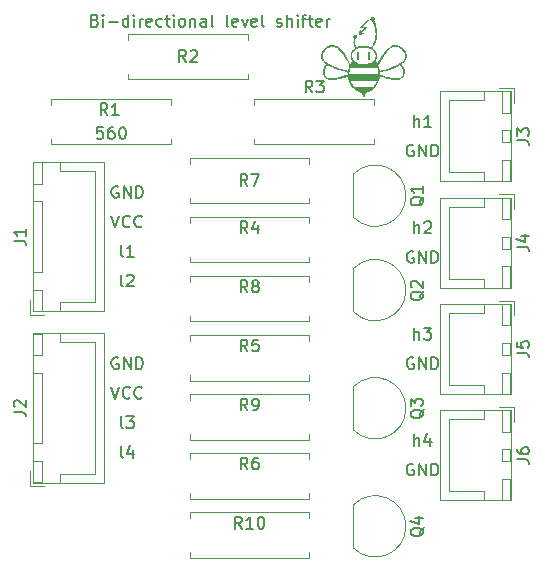
<source format=gbr>
%TF.GenerationSoftware,KiCad,Pcbnew,(5.1.7)-1*%
%TF.CreationDate,2021-07-11T15:44:17+01:00*%
%TF.ProjectId,level_shifter,6c657665-6c5f-4736-9869-667465722e6b,rev?*%
%TF.SameCoordinates,Original*%
%TF.FileFunction,Legend,Top*%
%TF.FilePolarity,Positive*%
%FSLAX46Y46*%
G04 Gerber Fmt 4.6, Leading zero omitted, Abs format (unit mm)*
G04 Created by KiCad (PCBNEW (5.1.7)-1) date 2021-07-11 15:44:17*
%MOMM*%
%LPD*%
G01*
G04 APERTURE LIST*
%ADD10C,0.150000*%
%ADD11C,0.120000*%
%ADD12C,0.010000*%
G04 APERTURE END LIST*
D10*
X117285714Y-61928571D02*
X117428571Y-61976190D01*
X117476190Y-62023809D01*
X117523809Y-62119047D01*
X117523809Y-62261904D01*
X117476190Y-62357142D01*
X117428571Y-62404761D01*
X117333333Y-62452380D01*
X116952380Y-62452380D01*
X116952380Y-61452380D01*
X117285714Y-61452380D01*
X117380952Y-61500000D01*
X117428571Y-61547619D01*
X117476190Y-61642857D01*
X117476190Y-61738095D01*
X117428571Y-61833333D01*
X117380952Y-61880952D01*
X117285714Y-61928571D01*
X116952380Y-61928571D01*
X117952380Y-62452380D02*
X117952380Y-61785714D01*
X117952380Y-61452380D02*
X117904761Y-61500000D01*
X117952380Y-61547619D01*
X118000000Y-61500000D01*
X117952380Y-61452380D01*
X117952380Y-61547619D01*
X118428571Y-62071428D02*
X119190476Y-62071428D01*
X120095238Y-62452380D02*
X120095238Y-61452380D01*
X120095238Y-62404761D02*
X120000000Y-62452380D01*
X119809523Y-62452380D01*
X119714285Y-62404761D01*
X119666666Y-62357142D01*
X119619047Y-62261904D01*
X119619047Y-61976190D01*
X119666666Y-61880952D01*
X119714285Y-61833333D01*
X119809523Y-61785714D01*
X120000000Y-61785714D01*
X120095238Y-61833333D01*
X120571428Y-62452380D02*
X120571428Y-61785714D01*
X120571428Y-61452380D02*
X120523809Y-61500000D01*
X120571428Y-61547619D01*
X120619047Y-61500000D01*
X120571428Y-61452380D01*
X120571428Y-61547619D01*
X121047619Y-62452380D02*
X121047619Y-61785714D01*
X121047619Y-61976190D02*
X121095238Y-61880952D01*
X121142857Y-61833333D01*
X121238095Y-61785714D01*
X121333333Y-61785714D01*
X122047619Y-62404761D02*
X121952380Y-62452380D01*
X121761904Y-62452380D01*
X121666666Y-62404761D01*
X121619047Y-62309523D01*
X121619047Y-61928571D01*
X121666666Y-61833333D01*
X121761904Y-61785714D01*
X121952380Y-61785714D01*
X122047619Y-61833333D01*
X122095238Y-61928571D01*
X122095238Y-62023809D01*
X121619047Y-62119047D01*
X122952380Y-62404761D02*
X122857142Y-62452380D01*
X122666666Y-62452380D01*
X122571428Y-62404761D01*
X122523809Y-62357142D01*
X122476190Y-62261904D01*
X122476190Y-61976190D01*
X122523809Y-61880952D01*
X122571428Y-61833333D01*
X122666666Y-61785714D01*
X122857142Y-61785714D01*
X122952380Y-61833333D01*
X123238095Y-61785714D02*
X123619047Y-61785714D01*
X123380952Y-61452380D02*
X123380952Y-62309523D01*
X123428571Y-62404761D01*
X123523809Y-62452380D01*
X123619047Y-62452380D01*
X123952380Y-62452380D02*
X123952380Y-61785714D01*
X123952380Y-61452380D02*
X123904761Y-61500000D01*
X123952380Y-61547619D01*
X124000000Y-61500000D01*
X123952380Y-61452380D01*
X123952380Y-61547619D01*
X124571428Y-62452380D02*
X124476190Y-62404761D01*
X124428571Y-62357142D01*
X124380952Y-62261904D01*
X124380952Y-61976190D01*
X124428571Y-61880952D01*
X124476190Y-61833333D01*
X124571428Y-61785714D01*
X124714285Y-61785714D01*
X124809523Y-61833333D01*
X124857142Y-61880952D01*
X124904761Y-61976190D01*
X124904761Y-62261904D01*
X124857142Y-62357142D01*
X124809523Y-62404761D01*
X124714285Y-62452380D01*
X124571428Y-62452380D01*
X125333333Y-61785714D02*
X125333333Y-62452380D01*
X125333333Y-61880952D02*
X125380952Y-61833333D01*
X125476190Y-61785714D01*
X125619047Y-61785714D01*
X125714285Y-61833333D01*
X125761904Y-61928571D01*
X125761904Y-62452380D01*
X126666666Y-62452380D02*
X126666666Y-61928571D01*
X126619047Y-61833333D01*
X126523809Y-61785714D01*
X126333333Y-61785714D01*
X126238095Y-61833333D01*
X126666666Y-62404761D02*
X126571428Y-62452380D01*
X126333333Y-62452380D01*
X126238095Y-62404761D01*
X126190476Y-62309523D01*
X126190476Y-62214285D01*
X126238095Y-62119047D01*
X126333333Y-62071428D01*
X126571428Y-62071428D01*
X126666666Y-62023809D01*
X127285714Y-62452380D02*
X127190476Y-62404761D01*
X127142857Y-62309523D01*
X127142857Y-61452380D01*
X128571428Y-62452380D02*
X128476190Y-62404761D01*
X128428571Y-62309523D01*
X128428571Y-61452380D01*
X129333333Y-62404761D02*
X129238095Y-62452380D01*
X129047619Y-62452380D01*
X128952380Y-62404761D01*
X128904761Y-62309523D01*
X128904761Y-61928571D01*
X128952380Y-61833333D01*
X129047619Y-61785714D01*
X129238095Y-61785714D01*
X129333333Y-61833333D01*
X129380952Y-61928571D01*
X129380952Y-62023809D01*
X128904761Y-62119047D01*
X129714285Y-61785714D02*
X129952380Y-62452380D01*
X130190476Y-61785714D01*
X130952380Y-62404761D02*
X130857142Y-62452380D01*
X130666666Y-62452380D01*
X130571428Y-62404761D01*
X130523809Y-62309523D01*
X130523809Y-61928571D01*
X130571428Y-61833333D01*
X130666666Y-61785714D01*
X130857142Y-61785714D01*
X130952380Y-61833333D01*
X131000000Y-61928571D01*
X131000000Y-62023809D01*
X130523809Y-62119047D01*
X131571428Y-62452380D02*
X131476190Y-62404761D01*
X131428571Y-62309523D01*
X131428571Y-61452380D01*
X132666666Y-62404761D02*
X132761904Y-62452380D01*
X132952380Y-62452380D01*
X133047619Y-62404761D01*
X133095238Y-62309523D01*
X133095238Y-62261904D01*
X133047619Y-62166666D01*
X132952380Y-62119047D01*
X132809523Y-62119047D01*
X132714285Y-62071428D01*
X132666666Y-61976190D01*
X132666666Y-61928571D01*
X132714285Y-61833333D01*
X132809523Y-61785714D01*
X132952380Y-61785714D01*
X133047619Y-61833333D01*
X133523809Y-62452380D02*
X133523809Y-61452380D01*
X133952380Y-62452380D02*
X133952380Y-61928571D01*
X133904761Y-61833333D01*
X133809523Y-61785714D01*
X133666666Y-61785714D01*
X133571428Y-61833333D01*
X133523809Y-61880952D01*
X134428571Y-62452380D02*
X134428571Y-61785714D01*
X134428571Y-61452380D02*
X134380952Y-61500000D01*
X134428571Y-61547619D01*
X134476190Y-61500000D01*
X134428571Y-61452380D01*
X134428571Y-61547619D01*
X134761904Y-61785714D02*
X135142857Y-61785714D01*
X134904761Y-62452380D02*
X134904761Y-61595238D01*
X134952380Y-61500000D01*
X135047619Y-61452380D01*
X135142857Y-61452380D01*
X135333333Y-61785714D02*
X135714285Y-61785714D01*
X135476190Y-61452380D02*
X135476190Y-62309523D01*
X135523809Y-62404761D01*
X135619047Y-62452380D01*
X135714285Y-62452380D01*
X136428571Y-62404761D02*
X136333333Y-62452380D01*
X136142857Y-62452380D01*
X136047619Y-62404761D01*
X136000000Y-62309523D01*
X136000000Y-61928571D01*
X136047619Y-61833333D01*
X136142857Y-61785714D01*
X136333333Y-61785714D01*
X136428571Y-61833333D01*
X136476190Y-61928571D01*
X136476190Y-62023809D01*
X136000000Y-62119047D01*
X136904761Y-62452380D02*
X136904761Y-61785714D01*
X136904761Y-61976190D02*
X136952380Y-61880952D01*
X137000000Y-61833333D01*
X137095238Y-61785714D01*
X137190476Y-61785714D01*
X118666666Y-78452380D02*
X119000000Y-79452380D01*
X119333333Y-78452380D01*
X120238095Y-79357142D02*
X120190476Y-79404761D01*
X120047619Y-79452380D01*
X119952380Y-79452380D01*
X119809523Y-79404761D01*
X119714285Y-79309523D01*
X119666666Y-79214285D01*
X119619047Y-79023809D01*
X119619047Y-78880952D01*
X119666666Y-78690476D01*
X119714285Y-78595238D01*
X119809523Y-78500000D01*
X119952380Y-78452380D01*
X120047619Y-78452380D01*
X120190476Y-78500000D01*
X120238095Y-78547619D01*
X121238095Y-79357142D02*
X121190476Y-79404761D01*
X121047619Y-79452380D01*
X120952380Y-79452380D01*
X120809523Y-79404761D01*
X120714285Y-79309523D01*
X120666666Y-79214285D01*
X120619047Y-79023809D01*
X120619047Y-78880952D01*
X120666666Y-78690476D01*
X120714285Y-78595238D01*
X120809523Y-78500000D01*
X120952380Y-78452380D01*
X121047619Y-78452380D01*
X121190476Y-78500000D01*
X121238095Y-78547619D01*
X119642857Y-81952380D02*
X119547619Y-81904761D01*
X119500000Y-81809523D01*
X119500000Y-80952380D01*
X120547619Y-81952380D02*
X119976190Y-81952380D01*
X120261904Y-81952380D02*
X120261904Y-80952380D01*
X120166666Y-81095238D01*
X120071428Y-81190476D01*
X119976190Y-81238095D01*
X119238095Y-76000000D02*
X119142857Y-75952380D01*
X119000000Y-75952380D01*
X118857142Y-76000000D01*
X118761904Y-76095238D01*
X118714285Y-76190476D01*
X118666666Y-76380952D01*
X118666666Y-76523809D01*
X118714285Y-76714285D01*
X118761904Y-76809523D01*
X118857142Y-76904761D01*
X119000000Y-76952380D01*
X119095238Y-76952380D01*
X119238095Y-76904761D01*
X119285714Y-76857142D01*
X119285714Y-76523809D01*
X119095238Y-76523809D01*
X119714285Y-76952380D02*
X119714285Y-75952380D01*
X120285714Y-76952380D01*
X120285714Y-75952380D01*
X120761904Y-76952380D02*
X120761904Y-75952380D01*
X121000000Y-75952380D01*
X121142857Y-76000000D01*
X121238095Y-76095238D01*
X121285714Y-76190476D01*
X121333333Y-76380952D01*
X121333333Y-76523809D01*
X121285714Y-76714285D01*
X121238095Y-76809523D01*
X121142857Y-76904761D01*
X121000000Y-76952380D01*
X120761904Y-76952380D01*
X119642857Y-84452380D02*
X119547619Y-84404761D01*
X119500000Y-84309523D01*
X119500000Y-83452380D01*
X119976190Y-83547619D02*
X120023809Y-83500000D01*
X120119047Y-83452380D01*
X120357142Y-83452380D01*
X120452380Y-83500000D01*
X120500000Y-83547619D01*
X120547619Y-83642857D01*
X120547619Y-83738095D01*
X120500000Y-83880952D01*
X119928571Y-84452380D01*
X120547619Y-84452380D01*
X118666666Y-92952380D02*
X119000000Y-93952380D01*
X119333333Y-92952380D01*
X120238095Y-93857142D02*
X120190476Y-93904761D01*
X120047619Y-93952380D01*
X119952380Y-93952380D01*
X119809523Y-93904761D01*
X119714285Y-93809523D01*
X119666666Y-93714285D01*
X119619047Y-93523809D01*
X119619047Y-93380952D01*
X119666666Y-93190476D01*
X119714285Y-93095238D01*
X119809523Y-93000000D01*
X119952380Y-92952380D01*
X120047619Y-92952380D01*
X120190476Y-93000000D01*
X120238095Y-93047619D01*
X121238095Y-93857142D02*
X121190476Y-93904761D01*
X121047619Y-93952380D01*
X120952380Y-93952380D01*
X120809523Y-93904761D01*
X120714285Y-93809523D01*
X120666666Y-93714285D01*
X120619047Y-93523809D01*
X120619047Y-93380952D01*
X120666666Y-93190476D01*
X120714285Y-93095238D01*
X120809523Y-93000000D01*
X120952380Y-92952380D01*
X121047619Y-92952380D01*
X121190476Y-93000000D01*
X121238095Y-93047619D01*
X119642857Y-96452380D02*
X119547619Y-96404761D01*
X119500000Y-96309523D01*
X119500000Y-95452380D01*
X119928571Y-95452380D02*
X120547619Y-95452380D01*
X120214285Y-95833333D01*
X120357142Y-95833333D01*
X120452380Y-95880952D01*
X120500000Y-95928571D01*
X120547619Y-96023809D01*
X120547619Y-96261904D01*
X120500000Y-96357142D01*
X120452380Y-96404761D01*
X120357142Y-96452380D01*
X120071428Y-96452380D01*
X119976190Y-96404761D01*
X119928571Y-96357142D01*
X119642857Y-98952380D02*
X119547619Y-98904761D01*
X119500000Y-98809523D01*
X119500000Y-97952380D01*
X120452380Y-98285714D02*
X120452380Y-98952380D01*
X120214285Y-97904761D02*
X119976190Y-98619047D01*
X120595238Y-98619047D01*
X119238095Y-90500000D02*
X119142857Y-90452380D01*
X119000000Y-90452380D01*
X118857142Y-90500000D01*
X118761904Y-90595238D01*
X118714285Y-90690476D01*
X118666666Y-90880952D01*
X118666666Y-91023809D01*
X118714285Y-91214285D01*
X118761904Y-91309523D01*
X118857142Y-91404761D01*
X119000000Y-91452380D01*
X119095238Y-91452380D01*
X119238095Y-91404761D01*
X119285714Y-91357142D01*
X119285714Y-91023809D01*
X119095238Y-91023809D01*
X119714285Y-91452380D02*
X119714285Y-90452380D01*
X120285714Y-91452380D01*
X120285714Y-90452380D01*
X120761904Y-91452380D02*
X120761904Y-90452380D01*
X121000000Y-90452380D01*
X121142857Y-90500000D01*
X121238095Y-90595238D01*
X121285714Y-90690476D01*
X121333333Y-90880952D01*
X121333333Y-91023809D01*
X121285714Y-91214285D01*
X121238095Y-91309523D01*
X121142857Y-91404761D01*
X121000000Y-91452380D01*
X120761904Y-91452380D01*
X144309523Y-97952380D02*
X144309523Y-96952380D01*
X144738095Y-97952380D02*
X144738095Y-97428571D01*
X144690476Y-97333333D01*
X144595238Y-97285714D01*
X144452380Y-97285714D01*
X144357142Y-97333333D01*
X144309523Y-97380952D01*
X145642857Y-97285714D02*
X145642857Y-97952380D01*
X145404761Y-96904761D02*
X145166666Y-97619047D01*
X145785714Y-97619047D01*
X144238095Y-99500000D02*
X144142857Y-99452380D01*
X144000000Y-99452380D01*
X143857142Y-99500000D01*
X143761904Y-99595238D01*
X143714285Y-99690476D01*
X143666666Y-99880952D01*
X143666666Y-100023809D01*
X143714285Y-100214285D01*
X143761904Y-100309523D01*
X143857142Y-100404761D01*
X144000000Y-100452380D01*
X144095238Y-100452380D01*
X144238095Y-100404761D01*
X144285714Y-100357142D01*
X144285714Y-100023809D01*
X144095238Y-100023809D01*
X144714285Y-100452380D02*
X144714285Y-99452380D01*
X145285714Y-100452380D01*
X145285714Y-99452380D01*
X145761904Y-100452380D02*
X145761904Y-99452380D01*
X146000000Y-99452380D01*
X146142857Y-99500000D01*
X146238095Y-99595238D01*
X146285714Y-99690476D01*
X146333333Y-99880952D01*
X146333333Y-100023809D01*
X146285714Y-100214285D01*
X146238095Y-100309523D01*
X146142857Y-100404761D01*
X146000000Y-100452380D01*
X145761904Y-100452380D01*
X144309523Y-88952380D02*
X144309523Y-87952380D01*
X144738095Y-88952380D02*
X144738095Y-88428571D01*
X144690476Y-88333333D01*
X144595238Y-88285714D01*
X144452380Y-88285714D01*
X144357142Y-88333333D01*
X144309523Y-88380952D01*
X145119047Y-87952380D02*
X145738095Y-87952380D01*
X145404761Y-88333333D01*
X145547619Y-88333333D01*
X145642857Y-88380952D01*
X145690476Y-88428571D01*
X145738095Y-88523809D01*
X145738095Y-88761904D01*
X145690476Y-88857142D01*
X145642857Y-88904761D01*
X145547619Y-88952380D01*
X145261904Y-88952380D01*
X145166666Y-88904761D01*
X145119047Y-88857142D01*
X144238095Y-90500000D02*
X144142857Y-90452380D01*
X144000000Y-90452380D01*
X143857142Y-90500000D01*
X143761904Y-90595238D01*
X143714285Y-90690476D01*
X143666666Y-90880952D01*
X143666666Y-91023809D01*
X143714285Y-91214285D01*
X143761904Y-91309523D01*
X143857142Y-91404761D01*
X144000000Y-91452380D01*
X144095238Y-91452380D01*
X144238095Y-91404761D01*
X144285714Y-91357142D01*
X144285714Y-91023809D01*
X144095238Y-91023809D01*
X144714285Y-91452380D02*
X144714285Y-90452380D01*
X145285714Y-91452380D01*
X145285714Y-90452380D01*
X145761904Y-91452380D02*
X145761904Y-90452380D01*
X146000000Y-90452380D01*
X146142857Y-90500000D01*
X146238095Y-90595238D01*
X146285714Y-90690476D01*
X146333333Y-90880952D01*
X146333333Y-91023809D01*
X146285714Y-91214285D01*
X146238095Y-91309523D01*
X146142857Y-91404761D01*
X146000000Y-91452380D01*
X145761904Y-91452380D01*
X144309523Y-79952380D02*
X144309523Y-78952380D01*
X144738095Y-79952380D02*
X144738095Y-79428571D01*
X144690476Y-79333333D01*
X144595238Y-79285714D01*
X144452380Y-79285714D01*
X144357142Y-79333333D01*
X144309523Y-79380952D01*
X145166666Y-79047619D02*
X145214285Y-79000000D01*
X145309523Y-78952380D01*
X145547619Y-78952380D01*
X145642857Y-79000000D01*
X145690476Y-79047619D01*
X145738095Y-79142857D01*
X145738095Y-79238095D01*
X145690476Y-79380952D01*
X145119047Y-79952380D01*
X145738095Y-79952380D01*
X144238095Y-81500000D02*
X144142857Y-81452380D01*
X144000000Y-81452380D01*
X143857142Y-81500000D01*
X143761904Y-81595238D01*
X143714285Y-81690476D01*
X143666666Y-81880952D01*
X143666666Y-82023809D01*
X143714285Y-82214285D01*
X143761904Y-82309523D01*
X143857142Y-82404761D01*
X144000000Y-82452380D01*
X144095238Y-82452380D01*
X144238095Y-82404761D01*
X144285714Y-82357142D01*
X144285714Y-82023809D01*
X144095238Y-82023809D01*
X144714285Y-82452380D02*
X144714285Y-81452380D01*
X145285714Y-82452380D01*
X145285714Y-81452380D01*
X145761904Y-82452380D02*
X145761904Y-81452380D01*
X146000000Y-81452380D01*
X146142857Y-81500000D01*
X146238095Y-81595238D01*
X146285714Y-81690476D01*
X146333333Y-81880952D01*
X146333333Y-82023809D01*
X146285714Y-82214285D01*
X146238095Y-82309523D01*
X146142857Y-82404761D01*
X146000000Y-82452380D01*
X145761904Y-82452380D01*
X144309523Y-70952380D02*
X144309523Y-69952380D01*
X144738095Y-70952380D02*
X144738095Y-70428571D01*
X144690476Y-70333333D01*
X144595238Y-70285714D01*
X144452380Y-70285714D01*
X144357142Y-70333333D01*
X144309523Y-70380952D01*
X145738095Y-70952380D02*
X145166666Y-70952380D01*
X145452380Y-70952380D02*
X145452380Y-69952380D01*
X145357142Y-70095238D01*
X145261904Y-70190476D01*
X145166666Y-70238095D01*
X144238095Y-72500000D02*
X144142857Y-72452380D01*
X144000000Y-72452380D01*
X143857142Y-72500000D01*
X143761904Y-72595238D01*
X143714285Y-72690476D01*
X143666666Y-72880952D01*
X143666666Y-73023809D01*
X143714285Y-73214285D01*
X143761904Y-73309523D01*
X143857142Y-73404761D01*
X144000000Y-73452380D01*
X144095238Y-73452380D01*
X144238095Y-73404761D01*
X144285714Y-73357142D01*
X144285714Y-73023809D01*
X144095238Y-73023809D01*
X144714285Y-73452380D02*
X144714285Y-72452380D01*
X145285714Y-73452380D01*
X145285714Y-72452380D01*
X145761904Y-73452380D02*
X145761904Y-72452380D01*
X146000000Y-72452380D01*
X146142857Y-72500000D01*
X146238095Y-72595238D01*
X146285714Y-72690476D01*
X146333333Y-72880952D01*
X146333333Y-73023809D01*
X146285714Y-73214285D01*
X146238095Y-73309523D01*
X146142857Y-73404761D01*
X146000000Y-73452380D01*
X145761904Y-73452380D01*
D11*
%TO.C,R10*%
X125280000Y-104060000D02*
X125280000Y-103580000D01*
X125280000Y-103580000D02*
X135420000Y-103580000D01*
X135420000Y-103580000D02*
X135420000Y-104060000D01*
X125280000Y-106940000D02*
X125280000Y-107420000D01*
X125280000Y-107420000D02*
X135420000Y-107420000D01*
X135420000Y-107420000D02*
X135420000Y-106940000D01*
%TO.C,R9*%
X125280000Y-94060000D02*
X125280000Y-93580000D01*
X125280000Y-93580000D02*
X135420000Y-93580000D01*
X135420000Y-93580000D02*
X135420000Y-94060000D01*
X125280000Y-96940000D02*
X125280000Y-97420000D01*
X125280000Y-97420000D02*
X135420000Y-97420000D01*
X135420000Y-97420000D02*
X135420000Y-96940000D01*
%TO.C,R8*%
X125280000Y-84060000D02*
X125280000Y-83580000D01*
X125280000Y-83580000D02*
X135420000Y-83580000D01*
X135420000Y-83580000D02*
X135420000Y-84060000D01*
X125280000Y-86940000D02*
X125280000Y-87420000D01*
X125280000Y-87420000D02*
X135420000Y-87420000D01*
X135420000Y-87420000D02*
X135420000Y-86940000D01*
%TO.C,R7*%
X125280000Y-74060000D02*
X125280000Y-73580000D01*
X125280000Y-73580000D02*
X135420000Y-73580000D01*
X135420000Y-73580000D02*
X135420000Y-74060000D01*
X125280000Y-76940000D02*
X125280000Y-77420000D01*
X125280000Y-77420000D02*
X135420000Y-77420000D01*
X135420000Y-77420000D02*
X135420000Y-76940000D01*
%TO.C,R6*%
X125280000Y-99060000D02*
X125280000Y-98580000D01*
X125280000Y-98580000D02*
X135420000Y-98580000D01*
X135420000Y-98580000D02*
X135420000Y-99060000D01*
X125280000Y-101940000D02*
X125280000Y-102420000D01*
X125280000Y-102420000D02*
X135420000Y-102420000D01*
X135420000Y-102420000D02*
X135420000Y-101940000D01*
%TO.C,R5*%
X125280000Y-89060000D02*
X125280000Y-88580000D01*
X125280000Y-88580000D02*
X135420000Y-88580000D01*
X135420000Y-88580000D02*
X135420000Y-89060000D01*
X125280000Y-91940000D02*
X125280000Y-92420000D01*
X125280000Y-92420000D02*
X135420000Y-92420000D01*
X135420000Y-92420000D02*
X135420000Y-91940000D01*
%TO.C,R4*%
X125280000Y-79060000D02*
X125280000Y-78580000D01*
X125280000Y-78580000D02*
X135420000Y-78580000D01*
X135420000Y-78580000D02*
X135420000Y-79060000D01*
X125280000Y-81940000D02*
X125280000Y-82420000D01*
X125280000Y-82420000D02*
X135420000Y-82420000D01*
X135420000Y-82420000D02*
X135420000Y-81940000D01*
%TO.C,R3*%
X130780000Y-69060000D02*
X130780000Y-68580000D01*
X130780000Y-68580000D02*
X140920000Y-68580000D01*
X140920000Y-68580000D02*
X140920000Y-69060000D01*
X130780000Y-71940000D02*
X130780000Y-72420000D01*
X130780000Y-72420000D02*
X140920000Y-72420000D01*
X140920000Y-72420000D02*
X140920000Y-71940000D01*
%TO.C,R2*%
X130220000Y-66440000D02*
X130220000Y-66920000D01*
X130220000Y-66920000D02*
X120080000Y-66920000D01*
X120080000Y-66920000D02*
X120080000Y-66440000D01*
X130220000Y-63560000D02*
X130220000Y-63080000D01*
X130220000Y-63080000D02*
X120080000Y-63080000D01*
X120080000Y-63080000D02*
X120080000Y-63560000D01*
%TO.C,R1*%
X123720000Y-71940000D02*
X123720000Y-72420000D01*
X123720000Y-72420000D02*
X113580000Y-72420000D01*
X113580000Y-72420000D02*
X113580000Y-71940000D01*
X123720000Y-69060000D02*
X123720000Y-68580000D01*
X123720000Y-68580000D02*
X113580000Y-68580000D01*
X113580000Y-68580000D02*
X113580000Y-69060000D01*
%TO.C,Q4*%
X139150000Y-102970000D02*
X139150000Y-106570000D01*
X139161522Y-106608478D02*
G75*
G03*
X143600000Y-104770000I1838478J1838478D01*
G01*
X139161522Y-102931522D02*
G75*
G02*
X143600000Y-104770000I1838478J-1838478D01*
G01*
%TO.C,Q3*%
X139150000Y-92970000D02*
X139150000Y-96570000D01*
X139161522Y-96608478D02*
G75*
G03*
X143600000Y-94770000I1838478J1838478D01*
G01*
X139161522Y-92931522D02*
G75*
G02*
X143600000Y-94770000I1838478J-1838478D01*
G01*
%TO.C,Q2*%
X139150000Y-82970000D02*
X139150000Y-86570000D01*
X139161522Y-86608478D02*
G75*
G03*
X143600000Y-84770000I1838478J1838478D01*
G01*
X139161522Y-82931522D02*
G75*
G02*
X143600000Y-84770000I1838478J-1838478D01*
G01*
%TO.C,Q1*%
X139150000Y-74970000D02*
X139150000Y-78570000D01*
X139161522Y-78608478D02*
G75*
G03*
X143600000Y-76770000I1838478J1838478D01*
G01*
X139161522Y-74931522D02*
G75*
G02*
X143600000Y-76770000I1838478J-1838478D01*
G01*
%TO.C,J6*%
X152460000Y-94940000D02*
X146490000Y-94940000D01*
X146490000Y-94940000D02*
X146490000Y-102560000D01*
X146490000Y-102560000D02*
X152460000Y-102560000D01*
X152460000Y-102560000D02*
X152460000Y-94940000D01*
X152450000Y-98250000D02*
X151700000Y-98250000D01*
X151700000Y-98250000D02*
X151700000Y-99250000D01*
X151700000Y-99250000D02*
X152450000Y-99250000D01*
X152450000Y-99250000D02*
X152450000Y-98250000D01*
X152450000Y-94950000D02*
X151700000Y-94950000D01*
X151700000Y-94950000D02*
X151700000Y-96750000D01*
X151700000Y-96750000D02*
X152450000Y-96750000D01*
X152450000Y-96750000D02*
X152450000Y-94950000D01*
X152450000Y-100750000D02*
X151700000Y-100750000D01*
X151700000Y-100750000D02*
X151700000Y-102550000D01*
X151700000Y-102550000D02*
X152450000Y-102550000D01*
X152450000Y-102550000D02*
X152450000Y-100750000D01*
X150200000Y-94950000D02*
X150200000Y-95700000D01*
X150200000Y-95700000D02*
X147250000Y-95700000D01*
X147250000Y-95700000D02*
X147250000Y-98750000D01*
X150200000Y-102550000D02*
X150200000Y-101800000D01*
X150200000Y-101800000D02*
X147250000Y-101800000D01*
X147250000Y-101800000D02*
X147250000Y-98750000D01*
X152750000Y-95900000D02*
X152750000Y-94650000D01*
X152750000Y-94650000D02*
X151500000Y-94650000D01*
%TO.C,J5*%
X152460000Y-85940000D02*
X146490000Y-85940000D01*
X146490000Y-85940000D02*
X146490000Y-93560000D01*
X146490000Y-93560000D02*
X152460000Y-93560000D01*
X152460000Y-93560000D02*
X152460000Y-85940000D01*
X152450000Y-89250000D02*
X151700000Y-89250000D01*
X151700000Y-89250000D02*
X151700000Y-90250000D01*
X151700000Y-90250000D02*
X152450000Y-90250000D01*
X152450000Y-90250000D02*
X152450000Y-89250000D01*
X152450000Y-85950000D02*
X151700000Y-85950000D01*
X151700000Y-85950000D02*
X151700000Y-87750000D01*
X151700000Y-87750000D02*
X152450000Y-87750000D01*
X152450000Y-87750000D02*
X152450000Y-85950000D01*
X152450000Y-91750000D02*
X151700000Y-91750000D01*
X151700000Y-91750000D02*
X151700000Y-93550000D01*
X151700000Y-93550000D02*
X152450000Y-93550000D01*
X152450000Y-93550000D02*
X152450000Y-91750000D01*
X150200000Y-85950000D02*
X150200000Y-86700000D01*
X150200000Y-86700000D02*
X147250000Y-86700000D01*
X147250000Y-86700000D02*
X147250000Y-89750000D01*
X150200000Y-93550000D02*
X150200000Y-92800000D01*
X150200000Y-92800000D02*
X147250000Y-92800000D01*
X147250000Y-92800000D02*
X147250000Y-89750000D01*
X152750000Y-86900000D02*
X152750000Y-85650000D01*
X152750000Y-85650000D02*
X151500000Y-85650000D01*
%TO.C,J4*%
X152460000Y-76940000D02*
X146490000Y-76940000D01*
X146490000Y-76940000D02*
X146490000Y-84560000D01*
X146490000Y-84560000D02*
X152460000Y-84560000D01*
X152460000Y-84560000D02*
X152460000Y-76940000D01*
X152450000Y-80250000D02*
X151700000Y-80250000D01*
X151700000Y-80250000D02*
X151700000Y-81250000D01*
X151700000Y-81250000D02*
X152450000Y-81250000D01*
X152450000Y-81250000D02*
X152450000Y-80250000D01*
X152450000Y-76950000D02*
X151700000Y-76950000D01*
X151700000Y-76950000D02*
X151700000Y-78750000D01*
X151700000Y-78750000D02*
X152450000Y-78750000D01*
X152450000Y-78750000D02*
X152450000Y-76950000D01*
X152450000Y-82750000D02*
X151700000Y-82750000D01*
X151700000Y-82750000D02*
X151700000Y-84550000D01*
X151700000Y-84550000D02*
X152450000Y-84550000D01*
X152450000Y-84550000D02*
X152450000Y-82750000D01*
X150200000Y-76950000D02*
X150200000Y-77700000D01*
X150200000Y-77700000D02*
X147250000Y-77700000D01*
X147250000Y-77700000D02*
X147250000Y-80750000D01*
X150200000Y-84550000D02*
X150200000Y-83800000D01*
X150200000Y-83800000D02*
X147250000Y-83800000D01*
X147250000Y-83800000D02*
X147250000Y-80750000D01*
X152750000Y-77900000D02*
X152750000Y-76650000D01*
X152750000Y-76650000D02*
X151500000Y-76650000D01*
%TO.C,J3*%
X152460000Y-67940000D02*
X146490000Y-67940000D01*
X146490000Y-67940000D02*
X146490000Y-75560000D01*
X146490000Y-75560000D02*
X152460000Y-75560000D01*
X152460000Y-75560000D02*
X152460000Y-67940000D01*
X152450000Y-71250000D02*
X151700000Y-71250000D01*
X151700000Y-71250000D02*
X151700000Y-72250000D01*
X151700000Y-72250000D02*
X152450000Y-72250000D01*
X152450000Y-72250000D02*
X152450000Y-71250000D01*
X152450000Y-67950000D02*
X151700000Y-67950000D01*
X151700000Y-67950000D02*
X151700000Y-69750000D01*
X151700000Y-69750000D02*
X152450000Y-69750000D01*
X152450000Y-69750000D02*
X152450000Y-67950000D01*
X152450000Y-73750000D02*
X151700000Y-73750000D01*
X151700000Y-73750000D02*
X151700000Y-75550000D01*
X151700000Y-75550000D02*
X152450000Y-75550000D01*
X152450000Y-75550000D02*
X152450000Y-73750000D01*
X150200000Y-67950000D02*
X150200000Y-68700000D01*
X150200000Y-68700000D02*
X147250000Y-68700000D01*
X147250000Y-68700000D02*
X147250000Y-71750000D01*
X150200000Y-75550000D02*
X150200000Y-74800000D01*
X150200000Y-74800000D02*
X147250000Y-74800000D01*
X147250000Y-74800000D02*
X147250000Y-71750000D01*
X152750000Y-68900000D02*
X152750000Y-67650000D01*
X152750000Y-67650000D02*
X151500000Y-67650000D01*
%TO.C,J2*%
X112040000Y-101060000D02*
X118010000Y-101060000D01*
X118010000Y-101060000D02*
X118010000Y-88440000D01*
X118010000Y-88440000D02*
X112040000Y-88440000D01*
X112040000Y-88440000D02*
X112040000Y-101060000D01*
X112050000Y-97750000D02*
X112800000Y-97750000D01*
X112800000Y-97750000D02*
X112800000Y-91750000D01*
X112800000Y-91750000D02*
X112050000Y-91750000D01*
X112050000Y-91750000D02*
X112050000Y-97750000D01*
X112050000Y-101050000D02*
X112800000Y-101050000D01*
X112800000Y-101050000D02*
X112800000Y-99250000D01*
X112800000Y-99250000D02*
X112050000Y-99250000D01*
X112050000Y-99250000D02*
X112050000Y-101050000D01*
X112050000Y-90250000D02*
X112800000Y-90250000D01*
X112800000Y-90250000D02*
X112800000Y-88450000D01*
X112800000Y-88450000D02*
X112050000Y-88450000D01*
X112050000Y-88450000D02*
X112050000Y-90250000D01*
X114300000Y-101050000D02*
X114300000Y-100300000D01*
X114300000Y-100300000D02*
X117250000Y-100300000D01*
X117250000Y-100300000D02*
X117250000Y-94750000D01*
X114300000Y-88450000D02*
X114300000Y-89200000D01*
X114300000Y-89200000D02*
X117250000Y-89200000D01*
X117250000Y-89200000D02*
X117250000Y-94750000D01*
X111750000Y-100100000D02*
X111750000Y-101350000D01*
X111750000Y-101350000D02*
X113000000Y-101350000D01*
%TO.C,J1*%
X112040000Y-86560000D02*
X118010000Y-86560000D01*
X118010000Y-86560000D02*
X118010000Y-73940000D01*
X118010000Y-73940000D02*
X112040000Y-73940000D01*
X112040000Y-73940000D02*
X112040000Y-86560000D01*
X112050000Y-83250000D02*
X112800000Y-83250000D01*
X112800000Y-83250000D02*
X112800000Y-77250000D01*
X112800000Y-77250000D02*
X112050000Y-77250000D01*
X112050000Y-77250000D02*
X112050000Y-83250000D01*
X112050000Y-86550000D02*
X112800000Y-86550000D01*
X112800000Y-86550000D02*
X112800000Y-84750000D01*
X112800000Y-84750000D02*
X112050000Y-84750000D01*
X112050000Y-84750000D02*
X112050000Y-86550000D01*
X112050000Y-75750000D02*
X112800000Y-75750000D01*
X112800000Y-75750000D02*
X112800000Y-73950000D01*
X112800000Y-73950000D02*
X112050000Y-73950000D01*
X112050000Y-73950000D02*
X112050000Y-75750000D01*
X114300000Y-86550000D02*
X114300000Y-85800000D01*
X114300000Y-85800000D02*
X117250000Y-85800000D01*
X117250000Y-85800000D02*
X117250000Y-80250000D01*
X114300000Y-73950000D02*
X114300000Y-74700000D01*
X114300000Y-74700000D02*
X117250000Y-74700000D01*
X117250000Y-74700000D02*
X117250000Y-80250000D01*
X111750000Y-85600000D02*
X111750000Y-86850000D01*
X111750000Y-86850000D02*
X113000000Y-86850000D01*
D12*
%TO.C,G\u002A\u002A\u002A*%
G36*
X140508000Y-65173182D02*
G01*
X140404091Y-65173182D01*
X140404091Y-64630546D01*
X140508000Y-64630546D01*
X140508000Y-65173182D01*
G37*
X140508000Y-65173182D02*
X140404091Y-65173182D01*
X140404091Y-64630546D01*
X140508000Y-64630546D01*
X140508000Y-65173182D01*
G36*
X139584364Y-65173182D02*
G01*
X139480454Y-65173182D01*
X139480454Y-64630546D01*
X139584364Y-64630546D01*
X139584364Y-65173182D01*
G37*
X139584364Y-65173182D02*
X139480454Y-65173182D01*
X139480454Y-64630546D01*
X139584364Y-64630546D01*
X139584364Y-65173182D01*
G36*
X140373099Y-61877467D02*
G01*
X140369224Y-61890801D01*
X140354184Y-61913243D01*
X140327016Y-61945969D01*
X140286760Y-61990152D01*
X140232455Y-62046967D01*
X140163140Y-62117587D01*
X140096827Y-62184219D01*
X139809673Y-62471546D01*
X140008746Y-62471546D01*
X140081153Y-62471724D01*
X140133629Y-62472470D01*
X140169333Y-62474105D01*
X140191424Y-62476946D01*
X140203059Y-62481312D01*
X140207397Y-62487523D01*
X140207818Y-62491650D01*
X140199922Y-62504665D01*
X140177598Y-62531642D01*
X140142890Y-62570362D01*
X140097844Y-62618607D01*
X140044505Y-62674157D01*
X139984919Y-62734794D01*
X139968353Y-62751422D01*
X139892325Y-62828149D01*
X139832869Y-62889584D01*
X139789620Y-62936131D01*
X139762213Y-62968191D01*
X139750284Y-62986170D01*
X139751876Y-62990686D01*
X139775058Y-62988110D01*
X139811968Y-62981832D01*
X139846830Y-62974839D01*
X139887484Y-62966987D01*
X139911876Y-62965268D01*
X139926026Y-62969746D01*
X139932354Y-62975734D01*
X139939429Y-62988130D01*
X139936195Y-62998687D01*
X139920071Y-63008553D01*
X139888477Y-63018878D01*
X139838834Y-63030808D01*
X139781542Y-63042861D01*
X139718772Y-63055603D01*
X139674977Y-63064184D01*
X139646501Y-63069030D01*
X139629687Y-63070567D01*
X139620881Y-63069221D01*
X139616426Y-63065417D01*
X139614442Y-63062329D01*
X139613505Y-63046061D01*
X139617598Y-63013162D01*
X139625537Y-62968818D01*
X139636134Y-62918211D01*
X139648206Y-62866526D01*
X139660564Y-62818946D01*
X139672025Y-62780655D01*
X139681401Y-62756836D01*
X139685510Y-62751657D01*
X139704899Y-62750054D01*
X139714545Y-62765014D01*
X139714774Y-62798134D01*
X139705913Y-62851014D01*
X139705861Y-62851262D01*
X139697327Y-62892815D01*
X139691076Y-62925129D01*
X139688313Y-62941940D01*
X139688273Y-62942658D01*
X139696049Y-62936997D01*
X139717942Y-62917022D01*
X139751798Y-62884804D01*
X139795461Y-62842414D01*
X139846779Y-62791923D01*
X139896249Y-62742744D01*
X140104224Y-62535046D01*
X139916592Y-62529273D01*
X139845020Y-62526743D01*
X139793450Y-62523983D01*
X139758794Y-62520617D01*
X139737962Y-62516270D01*
X139727866Y-62510564D01*
X139725608Y-62506000D01*
X139732793Y-62494540D01*
X139754341Y-62469165D01*
X139788077Y-62432073D01*
X139831826Y-62385462D01*
X139883415Y-62331533D01*
X139940667Y-62272484D01*
X140001408Y-62210514D01*
X140063464Y-62147823D01*
X140124660Y-62086608D01*
X140182820Y-62029070D01*
X140235771Y-61977407D01*
X140281337Y-61933819D01*
X140317345Y-61900504D01*
X140341618Y-61879661D01*
X140351193Y-61873429D01*
X140366768Y-61872068D01*
X140373099Y-61877467D01*
G37*
X140373099Y-61877467D02*
X140369224Y-61890801D01*
X140354184Y-61913243D01*
X140327016Y-61945969D01*
X140286760Y-61990152D01*
X140232455Y-62046967D01*
X140163140Y-62117587D01*
X140096827Y-62184219D01*
X139809673Y-62471546D01*
X140008746Y-62471546D01*
X140081153Y-62471724D01*
X140133629Y-62472470D01*
X140169333Y-62474105D01*
X140191424Y-62476946D01*
X140203059Y-62481312D01*
X140207397Y-62487523D01*
X140207818Y-62491650D01*
X140199922Y-62504665D01*
X140177598Y-62531642D01*
X140142890Y-62570362D01*
X140097844Y-62618607D01*
X140044505Y-62674157D01*
X139984919Y-62734794D01*
X139968353Y-62751422D01*
X139892325Y-62828149D01*
X139832869Y-62889584D01*
X139789620Y-62936131D01*
X139762213Y-62968191D01*
X139750284Y-62986170D01*
X139751876Y-62990686D01*
X139775058Y-62988110D01*
X139811968Y-62981832D01*
X139846830Y-62974839D01*
X139887484Y-62966987D01*
X139911876Y-62965268D01*
X139926026Y-62969746D01*
X139932354Y-62975734D01*
X139939429Y-62988130D01*
X139936195Y-62998687D01*
X139920071Y-63008553D01*
X139888477Y-63018878D01*
X139838834Y-63030808D01*
X139781542Y-63042861D01*
X139718772Y-63055603D01*
X139674977Y-63064184D01*
X139646501Y-63069030D01*
X139629687Y-63070567D01*
X139620881Y-63069221D01*
X139616426Y-63065417D01*
X139614442Y-63062329D01*
X139613505Y-63046061D01*
X139617598Y-63013162D01*
X139625537Y-62968818D01*
X139636134Y-62918211D01*
X139648206Y-62866526D01*
X139660564Y-62818946D01*
X139672025Y-62780655D01*
X139681401Y-62756836D01*
X139685510Y-62751657D01*
X139704899Y-62750054D01*
X139714545Y-62765014D01*
X139714774Y-62798134D01*
X139705913Y-62851014D01*
X139705861Y-62851262D01*
X139697327Y-62892815D01*
X139691076Y-62925129D01*
X139688313Y-62941940D01*
X139688273Y-62942658D01*
X139696049Y-62936997D01*
X139717942Y-62917022D01*
X139751798Y-62884804D01*
X139795461Y-62842414D01*
X139846779Y-62791923D01*
X139896249Y-62742744D01*
X140104224Y-62535046D01*
X139916592Y-62529273D01*
X139845020Y-62526743D01*
X139793450Y-62523983D01*
X139758794Y-62520617D01*
X139737962Y-62516270D01*
X139727866Y-62510564D01*
X139725608Y-62506000D01*
X139732793Y-62494540D01*
X139754341Y-62469165D01*
X139788077Y-62432073D01*
X139831826Y-62385462D01*
X139883415Y-62331533D01*
X139940667Y-62272484D01*
X140001408Y-62210514D01*
X140063464Y-62147823D01*
X140124660Y-62086608D01*
X140182820Y-62029070D01*
X140235771Y-61977407D01*
X140281337Y-61933819D01*
X140317345Y-61900504D01*
X140341618Y-61879661D01*
X140351193Y-61873429D01*
X140366768Y-61872068D01*
X140373099Y-61877467D01*
G36*
X140781124Y-61661728D02*
G01*
X140820066Y-61687377D01*
X140850866Y-61722650D01*
X140862381Y-61746443D01*
X140869381Y-61796169D01*
X140860040Y-61844164D01*
X140836291Y-61882547D01*
X140826963Y-61890772D01*
X140800557Y-61910690D01*
X140860848Y-62038141D01*
X140942059Y-62234093D01*
X141003933Y-62438313D01*
X141046800Y-62652394D01*
X141070993Y-62877926D01*
X141077124Y-63077682D01*
X141073712Y-63224672D01*
X141063437Y-63354827D01*
X141045563Y-63473574D01*
X141019354Y-63586342D01*
X140998815Y-63654955D01*
X140968368Y-63736987D01*
X140926952Y-63830997D01*
X140877686Y-63930665D01*
X140823684Y-64029672D01*
X140770857Y-64117323D01*
X140741321Y-64163729D01*
X140716056Y-64203479D01*
X140697810Y-64232246D01*
X140689434Y-64245534D01*
X140694321Y-64257729D01*
X140714538Y-64277895D01*
X140745386Y-64301472D01*
X140810309Y-64352845D01*
X140876016Y-64416479D01*
X140937047Y-64486221D01*
X140987937Y-64555915D01*
X141018545Y-64609279D01*
X141053095Y-64689128D01*
X141074433Y-64761905D01*
X141084874Y-64837629D01*
X141086945Y-64905066D01*
X141076086Y-65020467D01*
X141045188Y-65132328D01*
X140995987Y-65235343D01*
X140962750Y-65284984D01*
X140935175Y-65321741D01*
X140996225Y-65402894D01*
X141032255Y-65454242D01*
X141070613Y-65514339D01*
X141103634Y-65571117D01*
X141106810Y-65577014D01*
X141156345Y-65669982D01*
X141269255Y-65441786D01*
X141379742Y-65226784D01*
X141488243Y-65032834D01*
X141595982Y-64858121D01*
X141704185Y-64700830D01*
X141814075Y-64559147D01*
X141926878Y-64431257D01*
X142004467Y-64352605D01*
X142128950Y-64241502D01*
X142250200Y-64152962D01*
X142369160Y-64086836D01*
X142486770Y-64042977D01*
X142603972Y-64021236D01*
X142721707Y-64021466D01*
X142840917Y-64043519D01*
X142962542Y-64087246D01*
X143087524Y-64152499D01*
X143125835Y-64176265D01*
X143238046Y-64258565D01*
X143336093Y-64351205D01*
X143419199Y-64452068D01*
X143486591Y-64559035D01*
X143537492Y-64669990D01*
X143571127Y-64782815D01*
X143586721Y-64895393D01*
X143583499Y-65005605D01*
X143560685Y-65111335D01*
X143517504Y-65210464D01*
X143509522Y-65224138D01*
X143467783Y-65282863D01*
X143410567Y-65348425D01*
X143342435Y-65416194D01*
X143267951Y-65481537D01*
X143215409Y-65522663D01*
X143176019Y-65551978D01*
X143144162Y-65575822D01*
X143123999Y-65591072D01*
X143119139Y-65594895D01*
X143125036Y-65603996D01*
X143144107Y-65625315D01*
X143172877Y-65655066D01*
X143189509Y-65671619D01*
X143257910Y-65753170D01*
X143316458Y-65851565D01*
X143363304Y-65961991D01*
X143396598Y-66079634D01*
X143414493Y-66199678D01*
X143417102Y-66264228D01*
X143408130Y-66381577D01*
X143382350Y-66492330D01*
X143341250Y-66593721D01*
X143286317Y-66682986D01*
X143219038Y-66757360D01*
X143140903Y-66814077D01*
X143113719Y-66828107D01*
X143009087Y-66865839D01*
X142886866Y-66889603D01*
X142747784Y-66899491D01*
X142592566Y-66895596D01*
X142421940Y-66878011D01*
X142236633Y-66846829D01*
X142037372Y-66802142D01*
X141824883Y-66744044D01*
X141599893Y-66672626D01*
X141430663Y-66613046D01*
X141320008Y-66572564D01*
X141295866Y-66718578D01*
X141253030Y-66913354D01*
X141190764Y-67095947D01*
X141108640Y-67267293D01*
X141006231Y-67428329D01*
X140923258Y-67534228D01*
X140814822Y-67647279D01*
X140693857Y-67746765D01*
X140563822Y-67830581D01*
X140428175Y-67896622D01*
X140290374Y-67942784D01*
X140229531Y-67956334D01*
X140189546Y-67963931D01*
X140158226Y-67970106D01*
X140143514Y-67973255D01*
X140135688Y-67984969D01*
X140123584Y-68014497D01*
X140108873Y-68057339D01*
X140093667Y-68107452D01*
X140076809Y-68166365D01*
X140060376Y-68223781D01*
X140046500Y-68272257D01*
X140038811Y-68299114D01*
X140025628Y-68336932D01*
X140012258Y-68355729D01*
X140000000Y-68359728D01*
X139984712Y-68353083D01*
X139971596Y-68330514D01*
X139961189Y-68299114D01*
X139950794Y-68262807D01*
X139936178Y-68211743D01*
X139919471Y-68153364D01*
X139906333Y-68107452D01*
X139890689Y-68055982D01*
X139876029Y-68013455D01*
X139864023Y-67984371D01*
X139856485Y-67973255D01*
X139839344Y-67969615D01*
X139806870Y-67963240D01*
X139770469Y-67956334D01*
X139632814Y-67919651D01*
X139495781Y-67862154D01*
X139362825Y-67785947D01*
X139237404Y-67693133D01*
X139122974Y-67585815D01*
X139076731Y-67534228D01*
X138960970Y-67380330D01*
X138864743Y-67214564D01*
X138787917Y-67036622D01*
X138780414Y-67011796D01*
X138834015Y-67011796D01*
X138839372Y-67030696D01*
X138853819Y-67065300D01*
X138875126Y-67111187D01*
X138901067Y-67163934D01*
X138929412Y-67219118D01*
X138957934Y-67272316D01*
X138984405Y-67319106D01*
X139006597Y-67355066D01*
X139008015Y-67357185D01*
X139041421Y-67404438D01*
X139079128Y-67454363D01*
X139108646Y-67490932D01*
X139159987Y-67551546D01*
X140841033Y-67551546D01*
X140892441Y-67490932D01*
X140938430Y-67432196D01*
X140986502Y-67362985D01*
X141033888Y-67288071D01*
X141077819Y-67212231D01*
X141115523Y-67140238D01*
X141144233Y-67076867D01*
X141160841Y-67028255D01*
X141168594Y-66997364D01*
X140001251Y-66997364D01*
X139804356Y-66997416D01*
X139629430Y-66997583D01*
X139475352Y-66997878D01*
X139341000Y-66998316D01*
X139225254Y-66998909D01*
X139126991Y-66999671D01*
X139045090Y-67000618D01*
X138978430Y-67001762D01*
X138925889Y-67003117D01*
X138886347Y-67004698D01*
X138858681Y-67006517D01*
X138841771Y-67008590D01*
X138834494Y-67010930D01*
X138834015Y-67011796D01*
X138780414Y-67011796D01*
X138730360Y-66846195D01*
X138691941Y-66642973D01*
X138689637Y-66625739D01*
X138682618Y-66571614D01*
X138570650Y-66612882D01*
X138370135Y-66683029D01*
X138174241Y-66744185D01*
X137985000Y-66795944D01*
X137804445Y-66837898D01*
X137634607Y-66869639D01*
X137477521Y-66890760D01*
X137335217Y-66900853D01*
X137209729Y-66899511D01*
X137161686Y-66895344D01*
X137037910Y-66875638D01*
X136933391Y-66846125D01*
X136845897Y-66805450D01*
X136773197Y-66752259D01*
X136713059Y-66685198D01*
X136663253Y-66602914D01*
X136656254Y-66588582D01*
X136614305Y-66481123D01*
X136591058Y-66372110D01*
X136588525Y-66320836D01*
X136642626Y-66320836D01*
X136650949Y-66403928D01*
X136669686Y-66480954D01*
X136700217Y-66559775D01*
X136703636Y-66567326D01*
X136743730Y-66634464D01*
X136798466Y-66697768D01*
X136861279Y-66750591D01*
X136915738Y-66782114D01*
X137006610Y-66813382D01*
X137115022Y-66834294D01*
X137237756Y-66844603D01*
X137371592Y-66844064D01*
X137513309Y-66832430D01*
X137536022Y-66829585D01*
X137747840Y-66794568D01*
X137973675Y-66743379D01*
X138211572Y-66676523D01*
X138459575Y-66594501D01*
X138489038Y-66583982D01*
X138674809Y-66517150D01*
X138679079Y-66390773D01*
X138730000Y-66390773D01*
X138730000Y-66454728D01*
X141273528Y-66454728D01*
X141266408Y-66330287D01*
X141260547Y-66263060D01*
X141316252Y-66263060D01*
X141321954Y-66512174D01*
X141368136Y-66530811D01*
X141439484Y-66558222D01*
X141526724Y-66589564D01*
X141623473Y-66622685D01*
X141723350Y-66655429D01*
X141819972Y-66685644D01*
X141878735Y-66703118D01*
X142093291Y-66760255D01*
X142292609Y-66802908D01*
X142476182Y-66831017D01*
X142643500Y-66844517D01*
X142794056Y-66843349D01*
X142916290Y-66829447D01*
X143012927Y-66807479D01*
X143091872Y-66777436D01*
X143157765Y-66737114D01*
X143209942Y-66690006D01*
X143274118Y-66607281D01*
X143319819Y-66513726D01*
X143347495Y-66407928D01*
X143357597Y-66288470D01*
X143356526Y-66229811D01*
X143340665Y-66088035D01*
X143306955Y-65960390D01*
X143255506Y-65847166D01*
X143186427Y-65748656D01*
X143170098Y-65730306D01*
X143127268Y-65685713D01*
X143094795Y-65657447D01*
X143068600Y-65643813D01*
X143044605Y-65643112D01*
X143018734Y-65653650D01*
X143005226Y-65661713D01*
X142958944Y-65688662D01*
X142895930Y-65722084D01*
X142820825Y-65759719D01*
X142738272Y-65799303D01*
X142652912Y-65838574D01*
X142569387Y-65875271D01*
X142550619Y-65883239D01*
X142457139Y-65920633D01*
X142346529Y-65961571D01*
X142223166Y-66004679D01*
X142091430Y-66048584D01*
X141955698Y-66091912D01*
X141820349Y-66133289D01*
X141689763Y-66171341D01*
X141568317Y-66204694D01*
X141460390Y-66231975D01*
X141385859Y-66248683D01*
X141316252Y-66263060D01*
X141260547Y-66263060D01*
X141259747Y-66253895D01*
X141248535Y-66167625D01*
X141234147Y-66079964D01*
X141217961Y-65999400D01*
X141203276Y-65940955D01*
X141193293Y-65906319D01*
X138805696Y-65906319D01*
X138779732Y-66010228D01*
X138760890Y-66098477D01*
X138745499Y-66195531D01*
X138734820Y-66291740D01*
X138730115Y-66377451D01*
X138730000Y-66390773D01*
X138679079Y-66390773D01*
X138683355Y-66264228D01*
X138565246Y-66236895D01*
X138498203Y-66220410D01*
X138414263Y-66198273D01*
X138318492Y-66171947D01*
X138215960Y-66142901D01*
X138111733Y-66112598D01*
X138010881Y-66082507D01*
X137918470Y-66054092D01*
X137839569Y-66028820D01*
X137800591Y-66015696D01*
X137676818Y-65971175D01*
X137551015Y-65922730D01*
X137427016Y-65872035D01*
X137308655Y-65820767D01*
X137199765Y-65770601D01*
X137104180Y-65723212D01*
X137025735Y-65680275D01*
X137006185Y-65668554D01*
X136972853Y-65649909D01*
X136946470Y-65642358D01*
X136921874Y-65647357D01*
X136893904Y-65666363D01*
X136857397Y-65700832D01*
X136844130Y-65714282D01*
X136767283Y-65809128D01*
X136708642Y-65918026D01*
X136668325Y-66040673D01*
X136646453Y-66176766D01*
X136643336Y-66223819D01*
X136642626Y-66320836D01*
X136588525Y-66320836D01*
X136585266Y-66254894D01*
X136586693Y-66218046D01*
X136603868Y-66080679D01*
X136638812Y-65952052D01*
X136690427Y-65834840D01*
X136757615Y-65731716D01*
X136811015Y-65671619D01*
X136843100Y-65639059D01*
X136867208Y-65613101D01*
X136879873Y-65597552D01*
X136880861Y-65594895D01*
X136870500Y-65586909D01*
X136845711Y-65568322D01*
X136810646Y-65542238D01*
X136783911Y-65522438D01*
X136707269Y-65461203D01*
X136633882Y-65394100D01*
X136568395Y-65325854D01*
X136515453Y-65261184D01*
X136490478Y-65224148D01*
X136443731Y-65125261D01*
X136417706Y-65019820D01*
X136412710Y-64928698D01*
X136468525Y-64928698D01*
X136469169Y-64960394D01*
X136472559Y-65015291D01*
X136478635Y-65056568D01*
X136489764Y-65093692D01*
X136508315Y-65136134D01*
X136518186Y-65156403D01*
X136574973Y-65248295D01*
X136654171Y-65340169D01*
X136755105Y-65431635D01*
X136877099Y-65522299D01*
X137019476Y-65611771D01*
X137181560Y-65699659D01*
X137362676Y-65785571D01*
X137562148Y-65869116D01*
X137779298Y-65949901D01*
X138013452Y-66027535D01*
X138031500Y-66033164D01*
X138100348Y-66053987D01*
X138176581Y-66076095D01*
X138257097Y-66098684D01*
X138338796Y-66120951D01*
X138418579Y-66142094D01*
X138493343Y-66161309D01*
X138559989Y-66177795D01*
X138615416Y-66190747D01*
X138656524Y-66199364D01*
X138680212Y-66202841D01*
X138684669Y-66202301D01*
X138689475Y-66188430D01*
X138696977Y-66157156D01*
X138705952Y-66113834D01*
X138711356Y-66085273D01*
X138724462Y-66023924D01*
X138742534Y-65952675D01*
X138762502Y-65883276D01*
X138771256Y-65855882D01*
X138811093Y-65736173D01*
X138809078Y-65731736D01*
X141187715Y-65731736D01*
X141224028Y-65841244D01*
X141244940Y-65908541D01*
X141264527Y-65979266D01*
X141281511Y-66048020D01*
X141294618Y-66109401D01*
X141302571Y-66158011D01*
X141304386Y-66181301D01*
X141307638Y-66204155D01*
X141319280Y-66209081D01*
X141324841Y-66207791D01*
X141342821Y-66202968D01*
X141378686Y-66193763D01*
X141427904Y-66181327D01*
X141485942Y-66166807D01*
X141512454Y-66160216D01*
X141763100Y-66094106D01*
X142000962Y-66023487D01*
X142225116Y-65948828D01*
X142434641Y-65870599D01*
X142628614Y-65789271D01*
X142806113Y-65705311D01*
X142966216Y-65619190D01*
X143108001Y-65531377D01*
X143230545Y-65442341D01*
X143332927Y-65352553D01*
X143414223Y-65262482D01*
X143473511Y-65172596D01*
X143480994Y-65158060D01*
X143502829Y-65111304D01*
X143516532Y-65072763D01*
X143524475Y-65033013D01*
X143529027Y-64982632D01*
X143530161Y-64962596D01*
X143525184Y-64839396D01*
X143497675Y-64718093D01*
X143448182Y-64599913D01*
X143377254Y-64486079D01*
X143285439Y-64377816D01*
X143254250Y-64346936D01*
X143145360Y-64255110D01*
X143031263Y-64181317D01*
X142914113Y-64126285D01*
X142796064Y-64090743D01*
X142679268Y-64075421D01*
X142565881Y-64081048D01*
X142505364Y-64093438D01*
X142393310Y-64134032D01*
X142278736Y-64196846D01*
X142162206Y-64281216D01*
X142044283Y-64386476D01*
X141925533Y-64511964D01*
X141806520Y-64657014D01*
X141687807Y-64820963D01*
X141569960Y-65003146D01*
X141453542Y-65202899D01*
X141339118Y-65419558D01*
X141284575Y-65530391D01*
X141187715Y-65731736D01*
X138809078Y-65731736D01*
X138757951Y-65619200D01*
X138655032Y-65403905D01*
X138547824Y-65201117D01*
X138437149Y-65011828D01*
X138323828Y-64837030D01*
X138208682Y-64677714D01*
X138092532Y-64534873D01*
X137976200Y-64409498D01*
X137860506Y-64302582D01*
X137746273Y-64215115D01*
X137634320Y-64148091D01*
X137525470Y-64102500D01*
X137494636Y-64093438D01*
X137384062Y-64075901D01*
X137268887Y-64079716D01*
X137151266Y-64104154D01*
X137033352Y-64148486D01*
X136917299Y-64211983D01*
X136805260Y-64293916D01*
X136745750Y-64346936D01*
X136647717Y-64453518D01*
X136570432Y-64566197D01*
X136514441Y-64683761D01*
X136480290Y-64804999D01*
X136468525Y-64928698D01*
X136412710Y-64928698D01*
X136411675Y-64909826D01*
X136424909Y-64797277D01*
X136456681Y-64684172D01*
X136506264Y-64572512D01*
X136572929Y-64464294D01*
X136655948Y-64361519D01*
X136754595Y-64266185D01*
X136868142Y-64180291D01*
X136871182Y-64178271D01*
X136996469Y-64105441D01*
X137119546Y-64054719D01*
X137241019Y-64026203D01*
X137361491Y-64019991D01*
X137481568Y-64036180D01*
X137601854Y-64074869D01*
X137722954Y-64136155D01*
X137845472Y-64220138D01*
X137970013Y-64326913D01*
X138006715Y-64362274D01*
X138123336Y-64485504D01*
X138236410Y-64621933D01*
X138347122Y-64773333D01*
X138456661Y-64941473D01*
X138566214Y-65128125D01*
X138676968Y-65335058D01*
X138730855Y-65442009D01*
X138843875Y-65670426D01*
X138890709Y-65580554D01*
X138921505Y-65526225D01*
X138959413Y-65466059D01*
X138996845Y-65412031D01*
X139001184Y-65406212D01*
X139064825Y-65321741D01*
X139037249Y-65284984D01*
X138978967Y-65188878D01*
X138938062Y-65081090D01*
X138916267Y-64966923D01*
X138913055Y-64905066D01*
X138913459Y-64895419D01*
X138964040Y-64895419D01*
X138973846Y-65004092D01*
X139004554Y-65109498D01*
X139055071Y-65210166D01*
X139124304Y-65304621D01*
X139211160Y-65391391D01*
X139314544Y-65469002D01*
X139433365Y-65535983D01*
X139566528Y-65590859D01*
X139576997Y-65594423D01*
X139656852Y-65618909D01*
X139731998Y-65636303D01*
X139808715Y-65647415D01*
X139893290Y-65653053D01*
X139992003Y-65654028D01*
X140034636Y-65653341D01*
X140112848Y-65651127D01*
X140174050Y-65647841D01*
X140224321Y-65642791D01*
X140269739Y-65635286D01*
X140316383Y-65624634D01*
X140339248Y-65618667D01*
X140480280Y-65572409D01*
X140607990Y-65513494D01*
X140721255Y-65443288D01*
X140818952Y-65363159D01*
X140899960Y-65274475D01*
X140963155Y-65178601D01*
X141007416Y-65076906D01*
X141031619Y-64970757D01*
X141034643Y-64861520D01*
X141023770Y-64784954D01*
X140988557Y-64673780D01*
X140932382Y-64569313D01*
X140856726Y-64472836D01*
X140763074Y-64385635D01*
X140652907Y-64308997D01*
X140527709Y-64244206D01*
X140388962Y-64192548D01*
X140317435Y-64172657D01*
X140265651Y-64160373D01*
X140220998Y-64151717D01*
X140177290Y-64146071D01*
X140128345Y-64142820D01*
X140067978Y-64141348D01*
X140000000Y-64141035D01*
X139924172Y-64141454D01*
X139865222Y-64143121D01*
X139816945Y-64146649D01*
X139773138Y-64152654D01*
X139727596Y-64161749D01*
X139682500Y-64172464D01*
X139537806Y-64217080D01*
X139405922Y-64275533D01*
X139288332Y-64346534D01*
X139186518Y-64428798D01*
X139101965Y-64521038D01*
X139036156Y-64621968D01*
X138990574Y-64730302D01*
X138976230Y-64784954D01*
X138964040Y-64895419D01*
X138913459Y-64895419D01*
X138916615Y-64820109D01*
X138929268Y-64745900D01*
X138953329Y-64672422D01*
X138981455Y-64609279D01*
X139019793Y-64544292D01*
X139072801Y-64474153D01*
X139135018Y-64405016D01*
X139200982Y-64343036D01*
X139254621Y-64301468D01*
X139318123Y-64257732D01*
X139288693Y-64210343D01*
X139224618Y-64087960D01*
X139184192Y-63972455D01*
X139172388Y-63909787D01*
X139165198Y-63831715D01*
X139162617Y-63745462D01*
X139164642Y-63658249D01*
X139171267Y-63577298D01*
X139182490Y-63509829D01*
X139184453Y-63501771D01*
X139205952Y-63417860D01*
X139176192Y-63394450D01*
X139144897Y-63356554D01*
X139131127Y-63310078D01*
X139132270Y-63293355D01*
X139180273Y-63293355D01*
X139189793Y-63320115D01*
X139213029Y-63347132D01*
X139241995Y-63366780D01*
X139262708Y-63372091D01*
X139289388Y-63364409D01*
X139315188Y-63346988D01*
X139336956Y-63313487D01*
X139340001Y-63277009D01*
X139326694Y-63243629D01*
X139299404Y-63219423D01*
X139261929Y-63210455D01*
X139228815Y-63220588D01*
X139199759Y-63245871D01*
X139182319Y-63278631D01*
X139180273Y-63293355D01*
X139132270Y-63293355D01*
X139134482Y-63260995D01*
X139154561Y-63215281D01*
X139190639Y-63179127D01*
X139235769Y-63157224D01*
X139280150Y-63155593D01*
X139324840Y-63170938D01*
X139360827Y-63199189D01*
X139387568Y-63241053D01*
X139399436Y-63287339D01*
X139399593Y-63293018D01*
X139389292Y-63335048D01*
X139362265Y-63375474D01*
X139324138Y-63406889D01*
X139306671Y-63415417D01*
X139278105Y-63429314D01*
X139260289Y-63447830D01*
X139246674Y-63478772D01*
X139242249Y-63492216D01*
X139230692Y-63544140D01*
X139222568Y-63612171D01*
X139218052Y-63689554D01*
X139217322Y-63769535D01*
X139220553Y-63845360D01*
X139227923Y-63910275D01*
X139230896Y-63926273D01*
X139242704Y-63969706D01*
X139260960Y-64021690D01*
X139283226Y-64076706D01*
X139307064Y-64129238D01*
X139330036Y-64173769D01*
X139349702Y-64204781D01*
X139358025Y-64213911D01*
X139376069Y-64215922D01*
X139412586Y-64206792D01*
X139468325Y-64186330D01*
X139471124Y-64185209D01*
X139643658Y-64128002D01*
X139818957Y-64093434D01*
X139995575Y-64081505D01*
X140172062Y-64092214D01*
X140346972Y-64125560D01*
X140518857Y-64181543D01*
X140529286Y-64185721D01*
X140629227Y-64226196D01*
X140652693Y-64197536D01*
X140675511Y-64166002D01*
X140706046Y-64118665D01*
X140741548Y-64060305D01*
X140779269Y-63995701D01*
X140816461Y-63929633D01*
X140850376Y-63866882D01*
X140878263Y-63812228D01*
X140894974Y-63776182D01*
X140952283Y-63615435D01*
X140993139Y-63441550D01*
X141017692Y-63257437D01*
X141026091Y-63066006D01*
X141018488Y-62870166D01*
X140995032Y-62672826D01*
X140955874Y-62476897D01*
X140901163Y-62285288D01*
X140831050Y-62100908D01*
X140805599Y-62044364D01*
X140782039Y-61994997D01*
X140764405Y-61962296D01*
X140749165Y-61941861D01*
X140732786Y-61929291D01*
X140711739Y-61920188D01*
X140703660Y-61917364D01*
X140659252Y-61893175D01*
X140624129Y-61857209D01*
X140603562Y-61815794D01*
X140600364Y-61793288D01*
X140604074Y-61775694D01*
X140659665Y-61775694D01*
X140662521Y-61811046D01*
X140683492Y-61842990D01*
X140688511Y-61847253D01*
X140725237Y-61867768D01*
X140758193Y-61866362D01*
X140791365Y-61842866D01*
X140791388Y-61842843D01*
X140814899Y-61809669D01*
X140816319Y-61776715D01*
X140795819Y-61739993D01*
X140795798Y-61739966D01*
X140763930Y-61714496D01*
X140738071Y-61709546D01*
X140699613Y-61718908D01*
X140672753Y-61742969D01*
X140659665Y-61775694D01*
X140604074Y-61775694D01*
X140611034Y-61742695D01*
X140639695Y-61698985D01*
X140681320Y-61667184D01*
X140730884Y-61652318D01*
X140741833Y-61651819D01*
X140781124Y-61661728D01*
G37*
X140781124Y-61661728D02*
X140820066Y-61687377D01*
X140850866Y-61722650D01*
X140862381Y-61746443D01*
X140869381Y-61796169D01*
X140860040Y-61844164D01*
X140836291Y-61882547D01*
X140826963Y-61890772D01*
X140800557Y-61910690D01*
X140860848Y-62038141D01*
X140942059Y-62234093D01*
X141003933Y-62438313D01*
X141046800Y-62652394D01*
X141070993Y-62877926D01*
X141077124Y-63077682D01*
X141073712Y-63224672D01*
X141063437Y-63354827D01*
X141045563Y-63473574D01*
X141019354Y-63586342D01*
X140998815Y-63654955D01*
X140968368Y-63736987D01*
X140926952Y-63830997D01*
X140877686Y-63930665D01*
X140823684Y-64029672D01*
X140770857Y-64117323D01*
X140741321Y-64163729D01*
X140716056Y-64203479D01*
X140697810Y-64232246D01*
X140689434Y-64245534D01*
X140694321Y-64257729D01*
X140714538Y-64277895D01*
X140745386Y-64301472D01*
X140810309Y-64352845D01*
X140876016Y-64416479D01*
X140937047Y-64486221D01*
X140987937Y-64555915D01*
X141018545Y-64609279D01*
X141053095Y-64689128D01*
X141074433Y-64761905D01*
X141084874Y-64837629D01*
X141086945Y-64905066D01*
X141076086Y-65020467D01*
X141045188Y-65132328D01*
X140995987Y-65235343D01*
X140962750Y-65284984D01*
X140935175Y-65321741D01*
X140996225Y-65402894D01*
X141032255Y-65454242D01*
X141070613Y-65514339D01*
X141103634Y-65571117D01*
X141106810Y-65577014D01*
X141156345Y-65669982D01*
X141269255Y-65441786D01*
X141379742Y-65226784D01*
X141488243Y-65032834D01*
X141595982Y-64858121D01*
X141704185Y-64700830D01*
X141814075Y-64559147D01*
X141926878Y-64431257D01*
X142004467Y-64352605D01*
X142128950Y-64241502D01*
X142250200Y-64152962D01*
X142369160Y-64086836D01*
X142486770Y-64042977D01*
X142603972Y-64021236D01*
X142721707Y-64021466D01*
X142840917Y-64043519D01*
X142962542Y-64087246D01*
X143087524Y-64152499D01*
X143125835Y-64176265D01*
X143238046Y-64258565D01*
X143336093Y-64351205D01*
X143419199Y-64452068D01*
X143486591Y-64559035D01*
X143537492Y-64669990D01*
X143571127Y-64782815D01*
X143586721Y-64895393D01*
X143583499Y-65005605D01*
X143560685Y-65111335D01*
X143517504Y-65210464D01*
X143509522Y-65224138D01*
X143467783Y-65282863D01*
X143410567Y-65348425D01*
X143342435Y-65416194D01*
X143267951Y-65481537D01*
X143215409Y-65522663D01*
X143176019Y-65551978D01*
X143144162Y-65575822D01*
X143123999Y-65591072D01*
X143119139Y-65594895D01*
X143125036Y-65603996D01*
X143144107Y-65625315D01*
X143172877Y-65655066D01*
X143189509Y-65671619D01*
X143257910Y-65753170D01*
X143316458Y-65851565D01*
X143363304Y-65961991D01*
X143396598Y-66079634D01*
X143414493Y-66199678D01*
X143417102Y-66264228D01*
X143408130Y-66381577D01*
X143382350Y-66492330D01*
X143341250Y-66593721D01*
X143286317Y-66682986D01*
X143219038Y-66757360D01*
X143140903Y-66814077D01*
X143113719Y-66828107D01*
X143009087Y-66865839D01*
X142886866Y-66889603D01*
X142747784Y-66899491D01*
X142592566Y-66895596D01*
X142421940Y-66878011D01*
X142236633Y-66846829D01*
X142037372Y-66802142D01*
X141824883Y-66744044D01*
X141599893Y-66672626D01*
X141430663Y-66613046D01*
X141320008Y-66572564D01*
X141295866Y-66718578D01*
X141253030Y-66913354D01*
X141190764Y-67095947D01*
X141108640Y-67267293D01*
X141006231Y-67428329D01*
X140923258Y-67534228D01*
X140814822Y-67647279D01*
X140693857Y-67746765D01*
X140563822Y-67830581D01*
X140428175Y-67896622D01*
X140290374Y-67942784D01*
X140229531Y-67956334D01*
X140189546Y-67963931D01*
X140158226Y-67970106D01*
X140143514Y-67973255D01*
X140135688Y-67984969D01*
X140123584Y-68014497D01*
X140108873Y-68057339D01*
X140093667Y-68107452D01*
X140076809Y-68166365D01*
X140060376Y-68223781D01*
X140046500Y-68272257D01*
X140038811Y-68299114D01*
X140025628Y-68336932D01*
X140012258Y-68355729D01*
X140000000Y-68359728D01*
X139984712Y-68353083D01*
X139971596Y-68330514D01*
X139961189Y-68299114D01*
X139950794Y-68262807D01*
X139936178Y-68211743D01*
X139919471Y-68153364D01*
X139906333Y-68107452D01*
X139890689Y-68055982D01*
X139876029Y-68013455D01*
X139864023Y-67984371D01*
X139856485Y-67973255D01*
X139839344Y-67969615D01*
X139806870Y-67963240D01*
X139770469Y-67956334D01*
X139632814Y-67919651D01*
X139495781Y-67862154D01*
X139362825Y-67785947D01*
X139237404Y-67693133D01*
X139122974Y-67585815D01*
X139076731Y-67534228D01*
X138960970Y-67380330D01*
X138864743Y-67214564D01*
X138787917Y-67036622D01*
X138780414Y-67011796D01*
X138834015Y-67011796D01*
X138839372Y-67030696D01*
X138853819Y-67065300D01*
X138875126Y-67111187D01*
X138901067Y-67163934D01*
X138929412Y-67219118D01*
X138957934Y-67272316D01*
X138984405Y-67319106D01*
X139006597Y-67355066D01*
X139008015Y-67357185D01*
X139041421Y-67404438D01*
X139079128Y-67454363D01*
X139108646Y-67490932D01*
X139159987Y-67551546D01*
X140841033Y-67551546D01*
X140892441Y-67490932D01*
X140938430Y-67432196D01*
X140986502Y-67362985D01*
X141033888Y-67288071D01*
X141077819Y-67212231D01*
X141115523Y-67140238D01*
X141144233Y-67076867D01*
X141160841Y-67028255D01*
X141168594Y-66997364D01*
X140001251Y-66997364D01*
X139804356Y-66997416D01*
X139629430Y-66997583D01*
X139475352Y-66997878D01*
X139341000Y-66998316D01*
X139225254Y-66998909D01*
X139126991Y-66999671D01*
X139045090Y-67000618D01*
X138978430Y-67001762D01*
X138925889Y-67003117D01*
X138886347Y-67004698D01*
X138858681Y-67006517D01*
X138841771Y-67008590D01*
X138834494Y-67010930D01*
X138834015Y-67011796D01*
X138780414Y-67011796D01*
X138730360Y-66846195D01*
X138691941Y-66642973D01*
X138689637Y-66625739D01*
X138682618Y-66571614D01*
X138570650Y-66612882D01*
X138370135Y-66683029D01*
X138174241Y-66744185D01*
X137985000Y-66795944D01*
X137804445Y-66837898D01*
X137634607Y-66869639D01*
X137477521Y-66890760D01*
X137335217Y-66900853D01*
X137209729Y-66899511D01*
X137161686Y-66895344D01*
X137037910Y-66875638D01*
X136933391Y-66846125D01*
X136845897Y-66805450D01*
X136773197Y-66752259D01*
X136713059Y-66685198D01*
X136663253Y-66602914D01*
X136656254Y-66588582D01*
X136614305Y-66481123D01*
X136591058Y-66372110D01*
X136588525Y-66320836D01*
X136642626Y-66320836D01*
X136650949Y-66403928D01*
X136669686Y-66480954D01*
X136700217Y-66559775D01*
X136703636Y-66567326D01*
X136743730Y-66634464D01*
X136798466Y-66697768D01*
X136861279Y-66750591D01*
X136915738Y-66782114D01*
X137006610Y-66813382D01*
X137115022Y-66834294D01*
X137237756Y-66844603D01*
X137371592Y-66844064D01*
X137513309Y-66832430D01*
X137536022Y-66829585D01*
X137747840Y-66794568D01*
X137973675Y-66743379D01*
X138211572Y-66676523D01*
X138459575Y-66594501D01*
X138489038Y-66583982D01*
X138674809Y-66517150D01*
X138679079Y-66390773D01*
X138730000Y-66390773D01*
X138730000Y-66454728D01*
X141273528Y-66454728D01*
X141266408Y-66330287D01*
X141260547Y-66263060D01*
X141316252Y-66263060D01*
X141321954Y-66512174D01*
X141368136Y-66530811D01*
X141439484Y-66558222D01*
X141526724Y-66589564D01*
X141623473Y-66622685D01*
X141723350Y-66655429D01*
X141819972Y-66685644D01*
X141878735Y-66703118D01*
X142093291Y-66760255D01*
X142292609Y-66802908D01*
X142476182Y-66831017D01*
X142643500Y-66844517D01*
X142794056Y-66843349D01*
X142916290Y-66829447D01*
X143012927Y-66807479D01*
X143091872Y-66777436D01*
X143157765Y-66737114D01*
X143209942Y-66690006D01*
X143274118Y-66607281D01*
X143319819Y-66513726D01*
X143347495Y-66407928D01*
X143357597Y-66288470D01*
X143356526Y-66229811D01*
X143340665Y-66088035D01*
X143306955Y-65960390D01*
X143255506Y-65847166D01*
X143186427Y-65748656D01*
X143170098Y-65730306D01*
X143127268Y-65685713D01*
X143094795Y-65657447D01*
X143068600Y-65643813D01*
X143044605Y-65643112D01*
X143018734Y-65653650D01*
X143005226Y-65661713D01*
X142958944Y-65688662D01*
X142895930Y-65722084D01*
X142820825Y-65759719D01*
X142738272Y-65799303D01*
X142652912Y-65838574D01*
X142569387Y-65875271D01*
X142550619Y-65883239D01*
X142457139Y-65920633D01*
X142346529Y-65961571D01*
X142223166Y-66004679D01*
X142091430Y-66048584D01*
X141955698Y-66091912D01*
X141820349Y-66133289D01*
X141689763Y-66171341D01*
X141568317Y-66204694D01*
X141460390Y-66231975D01*
X141385859Y-66248683D01*
X141316252Y-66263060D01*
X141260547Y-66263060D01*
X141259747Y-66253895D01*
X141248535Y-66167625D01*
X141234147Y-66079964D01*
X141217961Y-65999400D01*
X141203276Y-65940955D01*
X141193293Y-65906319D01*
X138805696Y-65906319D01*
X138779732Y-66010228D01*
X138760890Y-66098477D01*
X138745499Y-66195531D01*
X138734820Y-66291740D01*
X138730115Y-66377451D01*
X138730000Y-66390773D01*
X138679079Y-66390773D01*
X138683355Y-66264228D01*
X138565246Y-66236895D01*
X138498203Y-66220410D01*
X138414263Y-66198273D01*
X138318492Y-66171947D01*
X138215960Y-66142901D01*
X138111733Y-66112598D01*
X138010881Y-66082507D01*
X137918470Y-66054092D01*
X137839569Y-66028820D01*
X137800591Y-66015696D01*
X137676818Y-65971175D01*
X137551015Y-65922730D01*
X137427016Y-65872035D01*
X137308655Y-65820767D01*
X137199765Y-65770601D01*
X137104180Y-65723212D01*
X137025735Y-65680275D01*
X137006185Y-65668554D01*
X136972853Y-65649909D01*
X136946470Y-65642358D01*
X136921874Y-65647357D01*
X136893904Y-65666363D01*
X136857397Y-65700832D01*
X136844130Y-65714282D01*
X136767283Y-65809128D01*
X136708642Y-65918026D01*
X136668325Y-66040673D01*
X136646453Y-66176766D01*
X136643336Y-66223819D01*
X136642626Y-66320836D01*
X136588525Y-66320836D01*
X136585266Y-66254894D01*
X136586693Y-66218046D01*
X136603868Y-66080679D01*
X136638812Y-65952052D01*
X136690427Y-65834840D01*
X136757615Y-65731716D01*
X136811015Y-65671619D01*
X136843100Y-65639059D01*
X136867208Y-65613101D01*
X136879873Y-65597552D01*
X136880861Y-65594895D01*
X136870500Y-65586909D01*
X136845711Y-65568322D01*
X136810646Y-65542238D01*
X136783911Y-65522438D01*
X136707269Y-65461203D01*
X136633882Y-65394100D01*
X136568395Y-65325854D01*
X136515453Y-65261184D01*
X136490478Y-65224148D01*
X136443731Y-65125261D01*
X136417706Y-65019820D01*
X136412710Y-64928698D01*
X136468525Y-64928698D01*
X136469169Y-64960394D01*
X136472559Y-65015291D01*
X136478635Y-65056568D01*
X136489764Y-65093692D01*
X136508315Y-65136134D01*
X136518186Y-65156403D01*
X136574973Y-65248295D01*
X136654171Y-65340169D01*
X136755105Y-65431635D01*
X136877099Y-65522299D01*
X137019476Y-65611771D01*
X137181560Y-65699659D01*
X137362676Y-65785571D01*
X137562148Y-65869116D01*
X137779298Y-65949901D01*
X138013452Y-66027535D01*
X138031500Y-66033164D01*
X138100348Y-66053987D01*
X138176581Y-66076095D01*
X138257097Y-66098684D01*
X138338796Y-66120951D01*
X138418579Y-66142094D01*
X138493343Y-66161309D01*
X138559989Y-66177795D01*
X138615416Y-66190747D01*
X138656524Y-66199364D01*
X138680212Y-66202841D01*
X138684669Y-66202301D01*
X138689475Y-66188430D01*
X138696977Y-66157156D01*
X138705952Y-66113834D01*
X138711356Y-66085273D01*
X138724462Y-66023924D01*
X138742534Y-65952675D01*
X138762502Y-65883276D01*
X138771256Y-65855882D01*
X138811093Y-65736173D01*
X138809078Y-65731736D01*
X141187715Y-65731736D01*
X141224028Y-65841244D01*
X141244940Y-65908541D01*
X141264527Y-65979266D01*
X141281511Y-66048020D01*
X141294618Y-66109401D01*
X141302571Y-66158011D01*
X141304386Y-66181301D01*
X141307638Y-66204155D01*
X141319280Y-66209081D01*
X141324841Y-66207791D01*
X141342821Y-66202968D01*
X141378686Y-66193763D01*
X141427904Y-66181327D01*
X141485942Y-66166807D01*
X141512454Y-66160216D01*
X141763100Y-66094106D01*
X142000962Y-66023487D01*
X142225116Y-65948828D01*
X142434641Y-65870599D01*
X142628614Y-65789271D01*
X142806113Y-65705311D01*
X142966216Y-65619190D01*
X143108001Y-65531377D01*
X143230545Y-65442341D01*
X143332927Y-65352553D01*
X143414223Y-65262482D01*
X143473511Y-65172596D01*
X143480994Y-65158060D01*
X143502829Y-65111304D01*
X143516532Y-65072763D01*
X143524475Y-65033013D01*
X143529027Y-64982632D01*
X143530161Y-64962596D01*
X143525184Y-64839396D01*
X143497675Y-64718093D01*
X143448182Y-64599913D01*
X143377254Y-64486079D01*
X143285439Y-64377816D01*
X143254250Y-64346936D01*
X143145360Y-64255110D01*
X143031263Y-64181317D01*
X142914113Y-64126285D01*
X142796064Y-64090743D01*
X142679268Y-64075421D01*
X142565881Y-64081048D01*
X142505364Y-64093438D01*
X142393310Y-64134032D01*
X142278736Y-64196846D01*
X142162206Y-64281216D01*
X142044283Y-64386476D01*
X141925533Y-64511964D01*
X141806520Y-64657014D01*
X141687807Y-64820963D01*
X141569960Y-65003146D01*
X141453542Y-65202899D01*
X141339118Y-65419558D01*
X141284575Y-65530391D01*
X141187715Y-65731736D01*
X138809078Y-65731736D01*
X138757951Y-65619200D01*
X138655032Y-65403905D01*
X138547824Y-65201117D01*
X138437149Y-65011828D01*
X138323828Y-64837030D01*
X138208682Y-64677714D01*
X138092532Y-64534873D01*
X137976200Y-64409498D01*
X137860506Y-64302582D01*
X137746273Y-64215115D01*
X137634320Y-64148091D01*
X137525470Y-64102500D01*
X137494636Y-64093438D01*
X137384062Y-64075901D01*
X137268887Y-64079716D01*
X137151266Y-64104154D01*
X137033352Y-64148486D01*
X136917299Y-64211983D01*
X136805260Y-64293916D01*
X136745750Y-64346936D01*
X136647717Y-64453518D01*
X136570432Y-64566197D01*
X136514441Y-64683761D01*
X136480290Y-64804999D01*
X136468525Y-64928698D01*
X136412710Y-64928698D01*
X136411675Y-64909826D01*
X136424909Y-64797277D01*
X136456681Y-64684172D01*
X136506264Y-64572512D01*
X136572929Y-64464294D01*
X136655948Y-64361519D01*
X136754595Y-64266185D01*
X136868142Y-64180291D01*
X136871182Y-64178271D01*
X136996469Y-64105441D01*
X137119546Y-64054719D01*
X137241019Y-64026203D01*
X137361491Y-64019991D01*
X137481568Y-64036180D01*
X137601854Y-64074869D01*
X137722954Y-64136155D01*
X137845472Y-64220138D01*
X137970013Y-64326913D01*
X138006715Y-64362274D01*
X138123336Y-64485504D01*
X138236410Y-64621933D01*
X138347122Y-64773333D01*
X138456661Y-64941473D01*
X138566214Y-65128125D01*
X138676968Y-65335058D01*
X138730855Y-65442009D01*
X138843875Y-65670426D01*
X138890709Y-65580554D01*
X138921505Y-65526225D01*
X138959413Y-65466059D01*
X138996845Y-65412031D01*
X139001184Y-65406212D01*
X139064825Y-65321741D01*
X139037249Y-65284984D01*
X138978967Y-65188878D01*
X138938062Y-65081090D01*
X138916267Y-64966923D01*
X138913055Y-64905066D01*
X138913459Y-64895419D01*
X138964040Y-64895419D01*
X138973846Y-65004092D01*
X139004554Y-65109498D01*
X139055071Y-65210166D01*
X139124304Y-65304621D01*
X139211160Y-65391391D01*
X139314544Y-65469002D01*
X139433365Y-65535983D01*
X139566528Y-65590859D01*
X139576997Y-65594423D01*
X139656852Y-65618909D01*
X139731998Y-65636303D01*
X139808715Y-65647415D01*
X139893290Y-65653053D01*
X139992003Y-65654028D01*
X140034636Y-65653341D01*
X140112848Y-65651127D01*
X140174050Y-65647841D01*
X140224321Y-65642791D01*
X140269739Y-65635286D01*
X140316383Y-65624634D01*
X140339248Y-65618667D01*
X140480280Y-65572409D01*
X140607990Y-65513494D01*
X140721255Y-65443288D01*
X140818952Y-65363159D01*
X140899960Y-65274475D01*
X140963155Y-65178601D01*
X141007416Y-65076906D01*
X141031619Y-64970757D01*
X141034643Y-64861520D01*
X141023770Y-64784954D01*
X140988557Y-64673780D01*
X140932382Y-64569313D01*
X140856726Y-64472836D01*
X140763074Y-64385635D01*
X140652907Y-64308997D01*
X140527709Y-64244206D01*
X140388962Y-64192548D01*
X140317435Y-64172657D01*
X140265651Y-64160373D01*
X140220998Y-64151717D01*
X140177290Y-64146071D01*
X140128345Y-64142820D01*
X140067978Y-64141348D01*
X140000000Y-64141035D01*
X139924172Y-64141454D01*
X139865222Y-64143121D01*
X139816945Y-64146649D01*
X139773138Y-64152654D01*
X139727596Y-64161749D01*
X139682500Y-64172464D01*
X139537806Y-64217080D01*
X139405922Y-64275533D01*
X139288332Y-64346534D01*
X139186518Y-64428798D01*
X139101965Y-64521038D01*
X139036156Y-64621968D01*
X138990574Y-64730302D01*
X138976230Y-64784954D01*
X138964040Y-64895419D01*
X138913459Y-64895419D01*
X138916615Y-64820109D01*
X138929268Y-64745900D01*
X138953329Y-64672422D01*
X138981455Y-64609279D01*
X139019793Y-64544292D01*
X139072801Y-64474153D01*
X139135018Y-64405016D01*
X139200982Y-64343036D01*
X139254621Y-64301468D01*
X139318123Y-64257732D01*
X139288693Y-64210343D01*
X139224618Y-64087960D01*
X139184192Y-63972455D01*
X139172388Y-63909787D01*
X139165198Y-63831715D01*
X139162617Y-63745462D01*
X139164642Y-63658249D01*
X139171267Y-63577298D01*
X139182490Y-63509829D01*
X139184453Y-63501771D01*
X139205952Y-63417860D01*
X139176192Y-63394450D01*
X139144897Y-63356554D01*
X139131127Y-63310078D01*
X139132270Y-63293355D01*
X139180273Y-63293355D01*
X139189793Y-63320115D01*
X139213029Y-63347132D01*
X139241995Y-63366780D01*
X139262708Y-63372091D01*
X139289388Y-63364409D01*
X139315188Y-63346988D01*
X139336956Y-63313487D01*
X139340001Y-63277009D01*
X139326694Y-63243629D01*
X139299404Y-63219423D01*
X139261929Y-63210455D01*
X139228815Y-63220588D01*
X139199759Y-63245871D01*
X139182319Y-63278631D01*
X139180273Y-63293355D01*
X139132270Y-63293355D01*
X139134482Y-63260995D01*
X139154561Y-63215281D01*
X139190639Y-63179127D01*
X139235769Y-63157224D01*
X139280150Y-63155593D01*
X139324840Y-63170938D01*
X139360827Y-63199189D01*
X139387568Y-63241053D01*
X139399436Y-63287339D01*
X139399593Y-63293018D01*
X139389292Y-63335048D01*
X139362265Y-63375474D01*
X139324138Y-63406889D01*
X139306671Y-63415417D01*
X139278105Y-63429314D01*
X139260289Y-63447830D01*
X139246674Y-63478772D01*
X139242249Y-63492216D01*
X139230692Y-63544140D01*
X139222568Y-63612171D01*
X139218052Y-63689554D01*
X139217322Y-63769535D01*
X139220553Y-63845360D01*
X139227923Y-63910275D01*
X139230896Y-63926273D01*
X139242704Y-63969706D01*
X139260960Y-64021690D01*
X139283226Y-64076706D01*
X139307064Y-64129238D01*
X139330036Y-64173769D01*
X139349702Y-64204781D01*
X139358025Y-64213911D01*
X139376069Y-64215922D01*
X139412586Y-64206792D01*
X139468325Y-64186330D01*
X139471124Y-64185209D01*
X139643658Y-64128002D01*
X139818957Y-64093434D01*
X139995575Y-64081505D01*
X140172062Y-64092214D01*
X140346972Y-64125560D01*
X140518857Y-64181543D01*
X140529286Y-64185721D01*
X140629227Y-64226196D01*
X140652693Y-64197536D01*
X140675511Y-64166002D01*
X140706046Y-64118665D01*
X140741548Y-64060305D01*
X140779269Y-63995701D01*
X140816461Y-63929633D01*
X140850376Y-63866882D01*
X140878263Y-63812228D01*
X140894974Y-63776182D01*
X140952283Y-63615435D01*
X140993139Y-63441550D01*
X141017692Y-63257437D01*
X141026091Y-63066006D01*
X141018488Y-62870166D01*
X140995032Y-62672826D01*
X140955874Y-62476897D01*
X140901163Y-62285288D01*
X140831050Y-62100908D01*
X140805599Y-62044364D01*
X140782039Y-61994997D01*
X140764405Y-61962296D01*
X140749165Y-61941861D01*
X140732786Y-61929291D01*
X140711739Y-61920188D01*
X140703660Y-61917364D01*
X140659252Y-61893175D01*
X140624129Y-61857209D01*
X140603562Y-61815794D01*
X140600364Y-61793288D01*
X140604074Y-61775694D01*
X140659665Y-61775694D01*
X140662521Y-61811046D01*
X140683492Y-61842990D01*
X140688511Y-61847253D01*
X140725237Y-61867768D01*
X140758193Y-61866362D01*
X140791365Y-61842866D01*
X140791388Y-61842843D01*
X140814899Y-61809669D01*
X140816319Y-61776715D01*
X140795819Y-61739993D01*
X140795798Y-61739966D01*
X140763930Y-61714496D01*
X140738071Y-61709546D01*
X140699613Y-61718908D01*
X140672753Y-61742969D01*
X140659665Y-61775694D01*
X140604074Y-61775694D01*
X140611034Y-61742695D01*
X140639695Y-61698985D01*
X140681320Y-61667184D01*
X140730884Y-61652318D01*
X140741833Y-61651819D01*
X140781124Y-61661728D01*
%TO.C,R10*%
D10*
X129707142Y-104952380D02*
X129373809Y-104476190D01*
X129135714Y-104952380D02*
X129135714Y-103952380D01*
X129516666Y-103952380D01*
X129611904Y-104000000D01*
X129659523Y-104047619D01*
X129707142Y-104142857D01*
X129707142Y-104285714D01*
X129659523Y-104380952D01*
X129611904Y-104428571D01*
X129516666Y-104476190D01*
X129135714Y-104476190D01*
X130659523Y-104952380D02*
X130088095Y-104952380D01*
X130373809Y-104952380D02*
X130373809Y-103952380D01*
X130278571Y-104095238D01*
X130183333Y-104190476D01*
X130088095Y-104238095D01*
X131278571Y-103952380D02*
X131373809Y-103952380D01*
X131469047Y-104000000D01*
X131516666Y-104047619D01*
X131564285Y-104142857D01*
X131611904Y-104333333D01*
X131611904Y-104571428D01*
X131564285Y-104761904D01*
X131516666Y-104857142D01*
X131469047Y-104904761D01*
X131373809Y-104952380D01*
X131278571Y-104952380D01*
X131183333Y-104904761D01*
X131135714Y-104857142D01*
X131088095Y-104761904D01*
X131040476Y-104571428D01*
X131040476Y-104333333D01*
X131088095Y-104142857D01*
X131135714Y-104047619D01*
X131183333Y-104000000D01*
X131278571Y-103952380D01*
%TO.C,R9*%
X130183333Y-94952380D02*
X129850000Y-94476190D01*
X129611904Y-94952380D02*
X129611904Y-93952380D01*
X129992857Y-93952380D01*
X130088095Y-94000000D01*
X130135714Y-94047619D01*
X130183333Y-94142857D01*
X130183333Y-94285714D01*
X130135714Y-94380952D01*
X130088095Y-94428571D01*
X129992857Y-94476190D01*
X129611904Y-94476190D01*
X130659523Y-94952380D02*
X130850000Y-94952380D01*
X130945238Y-94904761D01*
X130992857Y-94857142D01*
X131088095Y-94714285D01*
X131135714Y-94523809D01*
X131135714Y-94142857D01*
X131088095Y-94047619D01*
X131040476Y-94000000D01*
X130945238Y-93952380D01*
X130754761Y-93952380D01*
X130659523Y-94000000D01*
X130611904Y-94047619D01*
X130564285Y-94142857D01*
X130564285Y-94380952D01*
X130611904Y-94476190D01*
X130659523Y-94523809D01*
X130754761Y-94571428D01*
X130945238Y-94571428D01*
X131040476Y-94523809D01*
X131088095Y-94476190D01*
X131135714Y-94380952D01*
%TO.C,R8*%
X130183333Y-84952380D02*
X129850000Y-84476190D01*
X129611904Y-84952380D02*
X129611904Y-83952380D01*
X129992857Y-83952380D01*
X130088095Y-84000000D01*
X130135714Y-84047619D01*
X130183333Y-84142857D01*
X130183333Y-84285714D01*
X130135714Y-84380952D01*
X130088095Y-84428571D01*
X129992857Y-84476190D01*
X129611904Y-84476190D01*
X130754761Y-84380952D02*
X130659523Y-84333333D01*
X130611904Y-84285714D01*
X130564285Y-84190476D01*
X130564285Y-84142857D01*
X130611904Y-84047619D01*
X130659523Y-84000000D01*
X130754761Y-83952380D01*
X130945238Y-83952380D01*
X131040476Y-84000000D01*
X131088095Y-84047619D01*
X131135714Y-84142857D01*
X131135714Y-84190476D01*
X131088095Y-84285714D01*
X131040476Y-84333333D01*
X130945238Y-84380952D01*
X130754761Y-84380952D01*
X130659523Y-84428571D01*
X130611904Y-84476190D01*
X130564285Y-84571428D01*
X130564285Y-84761904D01*
X130611904Y-84857142D01*
X130659523Y-84904761D01*
X130754761Y-84952380D01*
X130945238Y-84952380D01*
X131040476Y-84904761D01*
X131088095Y-84857142D01*
X131135714Y-84761904D01*
X131135714Y-84571428D01*
X131088095Y-84476190D01*
X131040476Y-84428571D01*
X130945238Y-84380952D01*
%TO.C,R7*%
X130183333Y-75952380D02*
X129850000Y-75476190D01*
X129611904Y-75952380D02*
X129611904Y-74952380D01*
X129992857Y-74952380D01*
X130088095Y-75000000D01*
X130135714Y-75047619D01*
X130183333Y-75142857D01*
X130183333Y-75285714D01*
X130135714Y-75380952D01*
X130088095Y-75428571D01*
X129992857Y-75476190D01*
X129611904Y-75476190D01*
X130516666Y-74952380D02*
X131183333Y-74952380D01*
X130754761Y-75952380D01*
%TO.C,R6*%
X130183333Y-99952380D02*
X129850000Y-99476190D01*
X129611904Y-99952380D02*
X129611904Y-98952380D01*
X129992857Y-98952380D01*
X130088095Y-99000000D01*
X130135714Y-99047619D01*
X130183333Y-99142857D01*
X130183333Y-99285714D01*
X130135714Y-99380952D01*
X130088095Y-99428571D01*
X129992857Y-99476190D01*
X129611904Y-99476190D01*
X131040476Y-98952380D02*
X130850000Y-98952380D01*
X130754761Y-99000000D01*
X130707142Y-99047619D01*
X130611904Y-99190476D01*
X130564285Y-99380952D01*
X130564285Y-99761904D01*
X130611904Y-99857142D01*
X130659523Y-99904761D01*
X130754761Y-99952380D01*
X130945238Y-99952380D01*
X131040476Y-99904761D01*
X131088095Y-99857142D01*
X131135714Y-99761904D01*
X131135714Y-99523809D01*
X131088095Y-99428571D01*
X131040476Y-99380952D01*
X130945238Y-99333333D01*
X130754761Y-99333333D01*
X130659523Y-99380952D01*
X130611904Y-99428571D01*
X130564285Y-99523809D01*
%TO.C,R5*%
X130183333Y-89952380D02*
X129850000Y-89476190D01*
X129611904Y-89952380D02*
X129611904Y-88952380D01*
X129992857Y-88952380D01*
X130088095Y-89000000D01*
X130135714Y-89047619D01*
X130183333Y-89142857D01*
X130183333Y-89285714D01*
X130135714Y-89380952D01*
X130088095Y-89428571D01*
X129992857Y-89476190D01*
X129611904Y-89476190D01*
X131088095Y-88952380D02*
X130611904Y-88952380D01*
X130564285Y-89428571D01*
X130611904Y-89380952D01*
X130707142Y-89333333D01*
X130945238Y-89333333D01*
X131040476Y-89380952D01*
X131088095Y-89428571D01*
X131135714Y-89523809D01*
X131135714Y-89761904D01*
X131088095Y-89857142D01*
X131040476Y-89904761D01*
X130945238Y-89952380D01*
X130707142Y-89952380D01*
X130611904Y-89904761D01*
X130564285Y-89857142D01*
%TO.C,R4*%
X130183333Y-79952380D02*
X129850000Y-79476190D01*
X129611904Y-79952380D02*
X129611904Y-78952380D01*
X129992857Y-78952380D01*
X130088095Y-79000000D01*
X130135714Y-79047619D01*
X130183333Y-79142857D01*
X130183333Y-79285714D01*
X130135714Y-79380952D01*
X130088095Y-79428571D01*
X129992857Y-79476190D01*
X129611904Y-79476190D01*
X131040476Y-79285714D02*
X131040476Y-79952380D01*
X130802380Y-78904761D02*
X130564285Y-79619047D01*
X131183333Y-79619047D01*
%TO.C,R3*%
X135683333Y-68032380D02*
X135350000Y-67556190D01*
X135111904Y-68032380D02*
X135111904Y-67032380D01*
X135492857Y-67032380D01*
X135588095Y-67080000D01*
X135635714Y-67127619D01*
X135683333Y-67222857D01*
X135683333Y-67365714D01*
X135635714Y-67460952D01*
X135588095Y-67508571D01*
X135492857Y-67556190D01*
X135111904Y-67556190D01*
X136016666Y-67032380D02*
X136635714Y-67032380D01*
X136302380Y-67413333D01*
X136445238Y-67413333D01*
X136540476Y-67460952D01*
X136588095Y-67508571D01*
X136635714Y-67603809D01*
X136635714Y-67841904D01*
X136588095Y-67937142D01*
X136540476Y-67984761D01*
X136445238Y-68032380D01*
X136159523Y-68032380D01*
X136064285Y-67984761D01*
X136016666Y-67937142D01*
%TO.C,R2*%
X124983333Y-65452380D02*
X124650000Y-64976190D01*
X124411904Y-65452380D02*
X124411904Y-64452380D01*
X124792857Y-64452380D01*
X124888095Y-64500000D01*
X124935714Y-64547619D01*
X124983333Y-64642857D01*
X124983333Y-64785714D01*
X124935714Y-64880952D01*
X124888095Y-64928571D01*
X124792857Y-64976190D01*
X124411904Y-64976190D01*
X125364285Y-64547619D02*
X125411904Y-64500000D01*
X125507142Y-64452380D01*
X125745238Y-64452380D01*
X125840476Y-64500000D01*
X125888095Y-64547619D01*
X125935714Y-64642857D01*
X125935714Y-64738095D01*
X125888095Y-64880952D01*
X125316666Y-65452380D01*
X125935714Y-65452380D01*
%TO.C,R1*%
X118333333Y-69952380D02*
X118000000Y-69476190D01*
X117761904Y-69952380D02*
X117761904Y-68952380D01*
X118142857Y-68952380D01*
X118238095Y-69000000D01*
X118285714Y-69047619D01*
X118333333Y-69142857D01*
X118333333Y-69285714D01*
X118285714Y-69380952D01*
X118238095Y-69428571D01*
X118142857Y-69476190D01*
X117761904Y-69476190D01*
X119285714Y-69952380D02*
X118714285Y-69952380D01*
X119000000Y-69952380D02*
X119000000Y-68952380D01*
X118904761Y-69095238D01*
X118809523Y-69190476D01*
X118714285Y-69238095D01*
X117935714Y-70952380D02*
X117459523Y-70952380D01*
X117411904Y-71428571D01*
X117459523Y-71380952D01*
X117554761Y-71333333D01*
X117792857Y-71333333D01*
X117888095Y-71380952D01*
X117935714Y-71428571D01*
X117983333Y-71523809D01*
X117983333Y-71761904D01*
X117935714Y-71857142D01*
X117888095Y-71904761D01*
X117792857Y-71952380D01*
X117554761Y-71952380D01*
X117459523Y-71904761D01*
X117411904Y-71857142D01*
X118840476Y-70952380D02*
X118650000Y-70952380D01*
X118554761Y-71000000D01*
X118507142Y-71047619D01*
X118411904Y-71190476D01*
X118364285Y-71380952D01*
X118364285Y-71761904D01*
X118411904Y-71857142D01*
X118459523Y-71904761D01*
X118554761Y-71952380D01*
X118745238Y-71952380D01*
X118840476Y-71904761D01*
X118888095Y-71857142D01*
X118935714Y-71761904D01*
X118935714Y-71523809D01*
X118888095Y-71428571D01*
X118840476Y-71380952D01*
X118745238Y-71333333D01*
X118554761Y-71333333D01*
X118459523Y-71380952D01*
X118411904Y-71428571D01*
X118364285Y-71523809D01*
X119554761Y-70952380D02*
X119650000Y-70952380D01*
X119745238Y-71000000D01*
X119792857Y-71047619D01*
X119840476Y-71142857D01*
X119888095Y-71333333D01*
X119888095Y-71571428D01*
X119840476Y-71761904D01*
X119792857Y-71857142D01*
X119745238Y-71904761D01*
X119650000Y-71952380D01*
X119554761Y-71952380D01*
X119459523Y-71904761D01*
X119411904Y-71857142D01*
X119364285Y-71761904D01*
X119316666Y-71571428D01*
X119316666Y-71333333D01*
X119364285Y-71142857D01*
X119411904Y-71047619D01*
X119459523Y-71000000D01*
X119554761Y-70952380D01*
%TO.C,Q4*%
X145107619Y-104865238D02*
X145060000Y-104960476D01*
X144964761Y-105055714D01*
X144821904Y-105198571D01*
X144774285Y-105293809D01*
X144774285Y-105389047D01*
X145012380Y-105341428D02*
X144964761Y-105436666D01*
X144869523Y-105531904D01*
X144679047Y-105579523D01*
X144345714Y-105579523D01*
X144155238Y-105531904D01*
X144060000Y-105436666D01*
X144012380Y-105341428D01*
X144012380Y-105150952D01*
X144060000Y-105055714D01*
X144155238Y-104960476D01*
X144345714Y-104912857D01*
X144679047Y-104912857D01*
X144869523Y-104960476D01*
X144964761Y-105055714D01*
X145012380Y-105150952D01*
X145012380Y-105341428D01*
X144345714Y-104055714D02*
X145012380Y-104055714D01*
X143964761Y-104293809D02*
X144679047Y-104531904D01*
X144679047Y-103912857D01*
%TO.C,Q3*%
X145107619Y-94865238D02*
X145060000Y-94960476D01*
X144964761Y-95055714D01*
X144821904Y-95198571D01*
X144774285Y-95293809D01*
X144774285Y-95389047D01*
X145012380Y-95341428D02*
X144964761Y-95436666D01*
X144869523Y-95531904D01*
X144679047Y-95579523D01*
X144345714Y-95579523D01*
X144155238Y-95531904D01*
X144060000Y-95436666D01*
X144012380Y-95341428D01*
X144012380Y-95150952D01*
X144060000Y-95055714D01*
X144155238Y-94960476D01*
X144345714Y-94912857D01*
X144679047Y-94912857D01*
X144869523Y-94960476D01*
X144964761Y-95055714D01*
X145012380Y-95150952D01*
X145012380Y-95341428D01*
X144012380Y-94579523D02*
X144012380Y-93960476D01*
X144393333Y-94293809D01*
X144393333Y-94150952D01*
X144440952Y-94055714D01*
X144488571Y-94008095D01*
X144583809Y-93960476D01*
X144821904Y-93960476D01*
X144917142Y-94008095D01*
X144964761Y-94055714D01*
X145012380Y-94150952D01*
X145012380Y-94436666D01*
X144964761Y-94531904D01*
X144917142Y-94579523D01*
%TO.C,Q2*%
X145107619Y-84865238D02*
X145060000Y-84960476D01*
X144964761Y-85055714D01*
X144821904Y-85198571D01*
X144774285Y-85293809D01*
X144774285Y-85389047D01*
X145012380Y-85341428D02*
X144964761Y-85436666D01*
X144869523Y-85531904D01*
X144679047Y-85579523D01*
X144345714Y-85579523D01*
X144155238Y-85531904D01*
X144060000Y-85436666D01*
X144012380Y-85341428D01*
X144012380Y-85150952D01*
X144060000Y-85055714D01*
X144155238Y-84960476D01*
X144345714Y-84912857D01*
X144679047Y-84912857D01*
X144869523Y-84960476D01*
X144964761Y-85055714D01*
X145012380Y-85150952D01*
X145012380Y-85341428D01*
X144107619Y-84531904D02*
X144060000Y-84484285D01*
X144012380Y-84389047D01*
X144012380Y-84150952D01*
X144060000Y-84055714D01*
X144107619Y-84008095D01*
X144202857Y-83960476D01*
X144298095Y-83960476D01*
X144440952Y-84008095D01*
X145012380Y-84579523D01*
X145012380Y-83960476D01*
%TO.C,Q1*%
X145107619Y-76865238D02*
X145060000Y-76960476D01*
X144964761Y-77055714D01*
X144821904Y-77198571D01*
X144774285Y-77293809D01*
X144774285Y-77389047D01*
X145012380Y-77341428D02*
X144964761Y-77436666D01*
X144869523Y-77531904D01*
X144679047Y-77579523D01*
X144345714Y-77579523D01*
X144155238Y-77531904D01*
X144060000Y-77436666D01*
X144012380Y-77341428D01*
X144012380Y-77150952D01*
X144060000Y-77055714D01*
X144155238Y-76960476D01*
X144345714Y-76912857D01*
X144679047Y-76912857D01*
X144869523Y-76960476D01*
X144964761Y-77055714D01*
X145012380Y-77150952D01*
X145012380Y-77341428D01*
X145012380Y-75960476D02*
X145012380Y-76531904D01*
X145012380Y-76246190D02*
X144012380Y-76246190D01*
X144155238Y-76341428D01*
X144250476Y-76436666D01*
X144298095Y-76531904D01*
%TO.C,J6*%
X153002380Y-99083333D02*
X153716666Y-99083333D01*
X153859523Y-99130952D01*
X153954761Y-99226190D01*
X154002380Y-99369047D01*
X154002380Y-99464285D01*
X153002380Y-98178571D02*
X153002380Y-98369047D01*
X153050000Y-98464285D01*
X153097619Y-98511904D01*
X153240476Y-98607142D01*
X153430952Y-98654761D01*
X153811904Y-98654761D01*
X153907142Y-98607142D01*
X153954761Y-98559523D01*
X154002380Y-98464285D01*
X154002380Y-98273809D01*
X153954761Y-98178571D01*
X153907142Y-98130952D01*
X153811904Y-98083333D01*
X153573809Y-98083333D01*
X153478571Y-98130952D01*
X153430952Y-98178571D01*
X153383333Y-98273809D01*
X153383333Y-98464285D01*
X153430952Y-98559523D01*
X153478571Y-98607142D01*
X153573809Y-98654761D01*
%TO.C,J5*%
X153002380Y-90083333D02*
X153716666Y-90083333D01*
X153859523Y-90130952D01*
X153954761Y-90226190D01*
X154002380Y-90369047D01*
X154002380Y-90464285D01*
X153002380Y-89130952D02*
X153002380Y-89607142D01*
X153478571Y-89654761D01*
X153430952Y-89607142D01*
X153383333Y-89511904D01*
X153383333Y-89273809D01*
X153430952Y-89178571D01*
X153478571Y-89130952D01*
X153573809Y-89083333D01*
X153811904Y-89083333D01*
X153907142Y-89130952D01*
X153954761Y-89178571D01*
X154002380Y-89273809D01*
X154002380Y-89511904D01*
X153954761Y-89607142D01*
X153907142Y-89654761D01*
%TO.C,J4*%
X153002380Y-81083333D02*
X153716666Y-81083333D01*
X153859523Y-81130952D01*
X153954761Y-81226190D01*
X154002380Y-81369047D01*
X154002380Y-81464285D01*
X153335714Y-80178571D02*
X154002380Y-80178571D01*
X152954761Y-80416666D02*
X153669047Y-80654761D01*
X153669047Y-80035714D01*
%TO.C,J3*%
X153002380Y-72083333D02*
X153716666Y-72083333D01*
X153859523Y-72130952D01*
X153954761Y-72226190D01*
X154002380Y-72369047D01*
X154002380Y-72464285D01*
X153002380Y-71702380D02*
X153002380Y-71083333D01*
X153383333Y-71416666D01*
X153383333Y-71273809D01*
X153430952Y-71178571D01*
X153478571Y-71130952D01*
X153573809Y-71083333D01*
X153811904Y-71083333D01*
X153907142Y-71130952D01*
X153954761Y-71178571D01*
X154002380Y-71273809D01*
X154002380Y-71559523D01*
X153954761Y-71654761D01*
X153907142Y-71702380D01*
%TO.C,J2*%
X110402380Y-95083333D02*
X111116666Y-95083333D01*
X111259523Y-95130952D01*
X111354761Y-95226190D01*
X111402380Y-95369047D01*
X111402380Y-95464285D01*
X110497619Y-94654761D02*
X110450000Y-94607142D01*
X110402380Y-94511904D01*
X110402380Y-94273809D01*
X110450000Y-94178571D01*
X110497619Y-94130952D01*
X110592857Y-94083333D01*
X110688095Y-94083333D01*
X110830952Y-94130952D01*
X111402380Y-94702380D01*
X111402380Y-94083333D01*
%TO.C,J1*%
X110402380Y-80583333D02*
X111116666Y-80583333D01*
X111259523Y-80630952D01*
X111354761Y-80726190D01*
X111402380Y-80869047D01*
X111402380Y-80964285D01*
X111402380Y-79583333D02*
X111402380Y-80154761D01*
X111402380Y-79869047D02*
X110402380Y-79869047D01*
X110545238Y-79964285D01*
X110640476Y-80059523D01*
X110688095Y-80154761D01*
%TD*%
M02*

</source>
